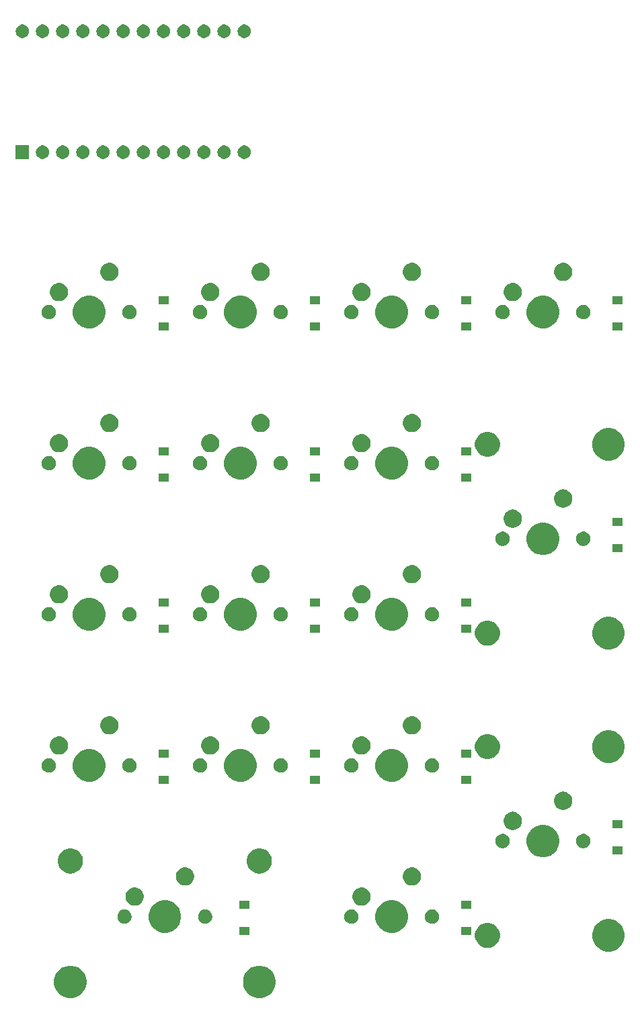
<source format=gts>
G04 #@! TF.GenerationSoftware,KiCad,Pcbnew,(5.1.4)-1*
G04 #@! TF.CreationDate,2021-10-14T17:59:47+07:00*
G04 #@! TF.ProjectId,Keypad_pcb,4b657970-6164-45f7-9063-622e6b696361,rev?*
G04 #@! TF.SameCoordinates,Original*
G04 #@! TF.FileFunction,Soldermask,Top*
G04 #@! TF.FilePolarity,Negative*
%FSLAX46Y46*%
G04 Gerber Fmt 4.6, Leading zero omitted, Abs format (unit mm)*
G04 Created by KiCad (PCBNEW (5.1.4)-1) date 2021-10-14 17:59:47*
%MOMM*%
%LPD*%
G04 APERTURE LIST*
%ADD10C,0.100000*%
G04 APERTURE END LIST*
D10*
G36*
X64727004Y-178829068D02*
G01*
X65100261Y-178983676D01*
X65100263Y-178983677D01*
X65436186Y-179208134D01*
X65721866Y-179493814D01*
X65946324Y-179829739D01*
X66100932Y-180202996D01*
X66179750Y-180599243D01*
X66179750Y-181003257D01*
X66100932Y-181399504D01*
X65946324Y-181772761D01*
X65946323Y-181772763D01*
X65721866Y-182108686D01*
X65436186Y-182394366D01*
X65100263Y-182618823D01*
X65100262Y-182618824D01*
X65100261Y-182618824D01*
X64727004Y-182773432D01*
X64330757Y-182852250D01*
X63926743Y-182852250D01*
X63530496Y-182773432D01*
X63157239Y-182618824D01*
X63157238Y-182618824D01*
X63157237Y-182618823D01*
X62821314Y-182394366D01*
X62535634Y-182108686D01*
X62311177Y-181772763D01*
X62311176Y-181772761D01*
X62156568Y-181399504D01*
X62077750Y-181003257D01*
X62077750Y-180599243D01*
X62156568Y-180202996D01*
X62311176Y-179829739D01*
X62535634Y-179493814D01*
X62821314Y-179208134D01*
X63157237Y-178983677D01*
X63157239Y-178983676D01*
X63530496Y-178829068D01*
X63926743Y-178750250D01*
X64330757Y-178750250D01*
X64727004Y-178829068D01*
X64727004Y-178829068D01*
G37*
G36*
X40927004Y-178829068D02*
G01*
X41300261Y-178983676D01*
X41300263Y-178983677D01*
X41636186Y-179208134D01*
X41921866Y-179493814D01*
X42146324Y-179829739D01*
X42300932Y-180202996D01*
X42379750Y-180599243D01*
X42379750Y-181003257D01*
X42300932Y-181399504D01*
X42146324Y-181772761D01*
X42146323Y-181772763D01*
X41921866Y-182108686D01*
X41636186Y-182394366D01*
X41300263Y-182618823D01*
X41300262Y-182618824D01*
X41300261Y-182618824D01*
X40927004Y-182773432D01*
X40530757Y-182852250D01*
X40126743Y-182852250D01*
X39730496Y-182773432D01*
X39357239Y-182618824D01*
X39357238Y-182618824D01*
X39357237Y-182618823D01*
X39021314Y-182394366D01*
X38735634Y-182108686D01*
X38511177Y-181772763D01*
X38511176Y-181772761D01*
X38356568Y-181399504D01*
X38277750Y-181003257D01*
X38277750Y-180599243D01*
X38356568Y-180202996D01*
X38511176Y-179829739D01*
X38735634Y-179493814D01*
X39021314Y-179208134D01*
X39357237Y-178983677D01*
X39357239Y-178983676D01*
X39730496Y-178829068D01*
X40126743Y-178750250D01*
X40530757Y-178750250D01*
X40927004Y-178829068D01*
X40927004Y-178829068D01*
G37*
G36*
X108692004Y-172964068D02*
G01*
X109065261Y-173118676D01*
X109065263Y-173118677D01*
X109401186Y-173343134D01*
X109686866Y-173628814D01*
X109847144Y-173868686D01*
X109911324Y-173964739D01*
X110065932Y-174337996D01*
X110144750Y-174734243D01*
X110144750Y-175138257D01*
X110065932Y-175534504D01*
X109911324Y-175907761D01*
X109911323Y-175907763D01*
X109686866Y-176243686D01*
X109401186Y-176529366D01*
X109065263Y-176753823D01*
X109065262Y-176753824D01*
X109065261Y-176753824D01*
X108692004Y-176908432D01*
X108295757Y-176987250D01*
X107891743Y-176987250D01*
X107495496Y-176908432D01*
X107122239Y-176753824D01*
X107122238Y-176753824D01*
X107122237Y-176753823D01*
X106786314Y-176529366D01*
X106500634Y-176243686D01*
X106276177Y-175907763D01*
X106276176Y-175907761D01*
X106121568Y-175534504D01*
X106042750Y-175138257D01*
X106042750Y-174734243D01*
X106121568Y-174337996D01*
X106276176Y-173964739D01*
X106340357Y-173868686D01*
X106500634Y-173628814D01*
X106786314Y-173343134D01*
X107122237Y-173118677D01*
X107122239Y-173118676D01*
X107495496Y-172964068D01*
X107891743Y-172885250D01*
X108295757Y-172885250D01*
X108692004Y-172964068D01*
X108692004Y-172964068D01*
G37*
G36*
X93084833Y-173375340D02*
G01*
X93313452Y-173420814D01*
X93600266Y-173539617D01*
X93858392Y-173712091D01*
X94077909Y-173931608D01*
X94250383Y-174189734D01*
X94369186Y-174476548D01*
X94429750Y-174781028D01*
X94429750Y-175091472D01*
X94369186Y-175395952D01*
X94250383Y-175682766D01*
X94077909Y-175940892D01*
X93858392Y-176160409D01*
X93600266Y-176332883D01*
X93313452Y-176451686D01*
X93084833Y-176497160D01*
X93008974Y-176512250D01*
X92698526Y-176512250D01*
X92622667Y-176497160D01*
X92394048Y-176451686D01*
X92107234Y-176332883D01*
X91849108Y-176160409D01*
X91629591Y-175940892D01*
X91457117Y-175682766D01*
X91338314Y-175395952D01*
X91277750Y-175091472D01*
X91277750Y-174781028D01*
X91338314Y-174476548D01*
X91457117Y-174189734D01*
X91629591Y-173931608D01*
X91849108Y-173712091D01*
X92107234Y-173539617D01*
X92394048Y-173420814D01*
X92622667Y-173375340D01*
X92698526Y-173360250D01*
X93008974Y-173360250D01*
X93084833Y-173375340D01*
X93084833Y-173375340D01*
G37*
G36*
X62881000Y-174871000D02*
G01*
X61579000Y-174871000D01*
X61579000Y-173869000D01*
X62881000Y-173869000D01*
X62881000Y-174871000D01*
X62881000Y-174871000D01*
G37*
G36*
X90821000Y-174871000D02*
G01*
X89519000Y-174871000D01*
X89519000Y-173869000D01*
X90821000Y-173869000D01*
X90821000Y-174871000D01*
X90821000Y-174871000D01*
G37*
G36*
X52827004Y-170589068D02*
G01*
X53200261Y-170743676D01*
X53200263Y-170743677D01*
X53536186Y-170968134D01*
X53821866Y-171253814D01*
X54046324Y-171589739D01*
X54200932Y-171962996D01*
X54279750Y-172359243D01*
X54279750Y-172763257D01*
X54200932Y-173159504D01*
X54046324Y-173532761D01*
X54046323Y-173532763D01*
X53821866Y-173868686D01*
X53536186Y-174154366D01*
X53200263Y-174378823D01*
X53200262Y-174378824D01*
X53200261Y-174378824D01*
X52827004Y-174533432D01*
X52430757Y-174612250D01*
X52026743Y-174612250D01*
X51630496Y-174533432D01*
X51257239Y-174378824D01*
X51257238Y-174378824D01*
X51257237Y-174378823D01*
X50921314Y-174154366D01*
X50635634Y-173868686D01*
X50411177Y-173532763D01*
X50411176Y-173532761D01*
X50256568Y-173159504D01*
X50177750Y-172763257D01*
X50177750Y-172359243D01*
X50256568Y-171962996D01*
X50411176Y-171589739D01*
X50635634Y-171253814D01*
X50921314Y-170968134D01*
X51257237Y-170743677D01*
X51257239Y-170743676D01*
X51630496Y-170589068D01*
X52026743Y-170510250D01*
X52430757Y-170510250D01*
X52827004Y-170589068D01*
X52827004Y-170589068D01*
G37*
G36*
X81402004Y-170589068D02*
G01*
X81775261Y-170743676D01*
X81775263Y-170743677D01*
X82111186Y-170968134D01*
X82396866Y-171253814D01*
X82621324Y-171589739D01*
X82775932Y-171962996D01*
X82854750Y-172359243D01*
X82854750Y-172763257D01*
X82775932Y-173159504D01*
X82621324Y-173532761D01*
X82621323Y-173532763D01*
X82396866Y-173868686D01*
X82111186Y-174154366D01*
X81775263Y-174378823D01*
X81775262Y-174378824D01*
X81775261Y-174378824D01*
X81402004Y-174533432D01*
X81005757Y-174612250D01*
X80601743Y-174612250D01*
X80205496Y-174533432D01*
X79832239Y-174378824D01*
X79832238Y-174378824D01*
X79832237Y-174378823D01*
X79496314Y-174154366D01*
X79210634Y-173868686D01*
X78986177Y-173532763D01*
X78986176Y-173532761D01*
X78831568Y-173159504D01*
X78752750Y-172763257D01*
X78752750Y-172359243D01*
X78831568Y-171962996D01*
X78986176Y-171589739D01*
X79210634Y-171253814D01*
X79496314Y-170968134D01*
X79832237Y-170743677D01*
X79832239Y-170743676D01*
X80205496Y-170589068D01*
X80601743Y-170510250D01*
X81005757Y-170510250D01*
X81402004Y-170589068D01*
X81402004Y-170589068D01*
G37*
G36*
X75837262Y-171665177D02*
G01*
X75986562Y-171694874D01*
X76150534Y-171762794D01*
X76298104Y-171861397D01*
X76423603Y-171986896D01*
X76522206Y-172134466D01*
X76590126Y-172298438D01*
X76624750Y-172472509D01*
X76624750Y-172649991D01*
X76590126Y-172824062D01*
X76522206Y-172988034D01*
X76423603Y-173135604D01*
X76298104Y-173261103D01*
X76150534Y-173359706D01*
X75986562Y-173427626D01*
X75837262Y-173457323D01*
X75812492Y-173462250D01*
X75635008Y-173462250D01*
X75610238Y-173457323D01*
X75460938Y-173427626D01*
X75296966Y-173359706D01*
X75149396Y-173261103D01*
X75023897Y-173135604D01*
X74925294Y-172988034D01*
X74857374Y-172824062D01*
X74822750Y-172649991D01*
X74822750Y-172472509D01*
X74857374Y-172298438D01*
X74925294Y-172134466D01*
X75023897Y-171986896D01*
X75149396Y-171861397D01*
X75296966Y-171762794D01*
X75460938Y-171694874D01*
X75610238Y-171665177D01*
X75635008Y-171660250D01*
X75812492Y-171660250D01*
X75837262Y-171665177D01*
X75837262Y-171665177D01*
G37*
G36*
X57422262Y-171665177D02*
G01*
X57571562Y-171694874D01*
X57735534Y-171762794D01*
X57883104Y-171861397D01*
X58008603Y-171986896D01*
X58107206Y-172134466D01*
X58175126Y-172298438D01*
X58209750Y-172472509D01*
X58209750Y-172649991D01*
X58175126Y-172824062D01*
X58107206Y-172988034D01*
X58008603Y-173135604D01*
X57883104Y-173261103D01*
X57735534Y-173359706D01*
X57571562Y-173427626D01*
X57422262Y-173457323D01*
X57397492Y-173462250D01*
X57220008Y-173462250D01*
X57195238Y-173457323D01*
X57045938Y-173427626D01*
X56881966Y-173359706D01*
X56734396Y-173261103D01*
X56608897Y-173135604D01*
X56510294Y-172988034D01*
X56442374Y-172824062D01*
X56407750Y-172649991D01*
X56407750Y-172472509D01*
X56442374Y-172298438D01*
X56510294Y-172134466D01*
X56608897Y-171986896D01*
X56734396Y-171861397D01*
X56881966Y-171762794D01*
X57045938Y-171694874D01*
X57195238Y-171665177D01*
X57220008Y-171660250D01*
X57397492Y-171660250D01*
X57422262Y-171665177D01*
X57422262Y-171665177D01*
G37*
G36*
X47262262Y-171665177D02*
G01*
X47411562Y-171694874D01*
X47575534Y-171762794D01*
X47723104Y-171861397D01*
X47848603Y-171986896D01*
X47947206Y-172134466D01*
X48015126Y-172298438D01*
X48049750Y-172472509D01*
X48049750Y-172649991D01*
X48015126Y-172824062D01*
X47947206Y-172988034D01*
X47848603Y-173135604D01*
X47723104Y-173261103D01*
X47575534Y-173359706D01*
X47411562Y-173427626D01*
X47262262Y-173457323D01*
X47237492Y-173462250D01*
X47060008Y-173462250D01*
X47035238Y-173457323D01*
X46885938Y-173427626D01*
X46721966Y-173359706D01*
X46574396Y-173261103D01*
X46448897Y-173135604D01*
X46350294Y-172988034D01*
X46282374Y-172824062D01*
X46247750Y-172649991D01*
X46247750Y-172472509D01*
X46282374Y-172298438D01*
X46350294Y-172134466D01*
X46448897Y-171986896D01*
X46574396Y-171861397D01*
X46721966Y-171762794D01*
X46885938Y-171694874D01*
X47035238Y-171665177D01*
X47060008Y-171660250D01*
X47237492Y-171660250D01*
X47262262Y-171665177D01*
X47262262Y-171665177D01*
G37*
G36*
X85997262Y-171665177D02*
G01*
X86146562Y-171694874D01*
X86310534Y-171762794D01*
X86458104Y-171861397D01*
X86583603Y-171986896D01*
X86682206Y-172134466D01*
X86750126Y-172298438D01*
X86784750Y-172472509D01*
X86784750Y-172649991D01*
X86750126Y-172824062D01*
X86682206Y-172988034D01*
X86583603Y-173135604D01*
X86458104Y-173261103D01*
X86310534Y-173359706D01*
X86146562Y-173427626D01*
X85997262Y-173457323D01*
X85972492Y-173462250D01*
X85795008Y-173462250D01*
X85770238Y-173457323D01*
X85620938Y-173427626D01*
X85456966Y-173359706D01*
X85309396Y-173261103D01*
X85183897Y-173135604D01*
X85085294Y-172988034D01*
X85017374Y-172824062D01*
X84982750Y-172649991D01*
X84982750Y-172472509D01*
X85017374Y-172298438D01*
X85085294Y-172134466D01*
X85183897Y-171986896D01*
X85309396Y-171861397D01*
X85456966Y-171762794D01*
X85620938Y-171694874D01*
X85770238Y-171665177D01*
X85795008Y-171660250D01*
X85972492Y-171660250D01*
X85997262Y-171665177D01*
X85997262Y-171665177D01*
G37*
G36*
X62881000Y-171571000D02*
G01*
X61579000Y-171571000D01*
X61579000Y-170569000D01*
X62881000Y-170569000D01*
X62881000Y-171571000D01*
X62881000Y-171571000D01*
G37*
G36*
X90821000Y-171571000D02*
G01*
X89519000Y-171571000D01*
X89519000Y-170569000D01*
X90821000Y-170569000D01*
X90821000Y-171571000D01*
X90821000Y-171571000D01*
G37*
G36*
X77218299Y-168892366D02*
G01*
X77329484Y-168914482D01*
X77538953Y-169001247D01*
X77727470Y-169127210D01*
X77887790Y-169287530D01*
X78013753Y-169476047D01*
X78100518Y-169685516D01*
X78144750Y-169907886D01*
X78144750Y-170134614D01*
X78100518Y-170356984D01*
X78013753Y-170566453D01*
X77887790Y-170754970D01*
X77727470Y-170915290D01*
X77538953Y-171041253D01*
X77329484Y-171128018D01*
X77218299Y-171150134D01*
X77107115Y-171172250D01*
X76880385Y-171172250D01*
X76769201Y-171150134D01*
X76658016Y-171128018D01*
X76448547Y-171041253D01*
X76260030Y-170915290D01*
X76099710Y-170754970D01*
X75973747Y-170566453D01*
X75886982Y-170356984D01*
X75842750Y-170134614D01*
X75842750Y-169907886D01*
X75886982Y-169685516D01*
X75973747Y-169476047D01*
X76099710Y-169287530D01*
X76260030Y-169127210D01*
X76448547Y-169001247D01*
X76658016Y-168914482D01*
X76769201Y-168892366D01*
X76880385Y-168870250D01*
X77107115Y-168870250D01*
X77218299Y-168892366D01*
X77218299Y-168892366D01*
G37*
G36*
X48643299Y-168892366D02*
G01*
X48754484Y-168914482D01*
X48963953Y-169001247D01*
X49152470Y-169127210D01*
X49312790Y-169287530D01*
X49438753Y-169476047D01*
X49525518Y-169685516D01*
X49569750Y-169907886D01*
X49569750Y-170134614D01*
X49525518Y-170356984D01*
X49438753Y-170566453D01*
X49312790Y-170754970D01*
X49152470Y-170915290D01*
X48963953Y-171041253D01*
X48754484Y-171128018D01*
X48643299Y-171150134D01*
X48532115Y-171172250D01*
X48305385Y-171172250D01*
X48194201Y-171150134D01*
X48083016Y-171128018D01*
X47873547Y-171041253D01*
X47685030Y-170915290D01*
X47524710Y-170754970D01*
X47398747Y-170566453D01*
X47311982Y-170356984D01*
X47267750Y-170134614D01*
X47267750Y-169907886D01*
X47311982Y-169685516D01*
X47398747Y-169476047D01*
X47524710Y-169287530D01*
X47685030Y-169127210D01*
X47873547Y-169001247D01*
X48083016Y-168914482D01*
X48194201Y-168892366D01*
X48305385Y-168870250D01*
X48532115Y-168870250D01*
X48643299Y-168892366D01*
X48643299Y-168892366D01*
G37*
G36*
X54993299Y-166352366D02*
G01*
X55104484Y-166374482D01*
X55313953Y-166461247D01*
X55502470Y-166587210D01*
X55662790Y-166747530D01*
X55788753Y-166936047D01*
X55875518Y-167145516D01*
X55919750Y-167367886D01*
X55919750Y-167594614D01*
X55875518Y-167816984D01*
X55788753Y-168026453D01*
X55662790Y-168214970D01*
X55502470Y-168375290D01*
X55313953Y-168501253D01*
X55104484Y-168588018D01*
X54993299Y-168610134D01*
X54882115Y-168632250D01*
X54655385Y-168632250D01*
X54544201Y-168610134D01*
X54433016Y-168588018D01*
X54223547Y-168501253D01*
X54035030Y-168375290D01*
X53874710Y-168214970D01*
X53748747Y-168026453D01*
X53661982Y-167816984D01*
X53617750Y-167594614D01*
X53617750Y-167367886D01*
X53661982Y-167145516D01*
X53748747Y-166936047D01*
X53874710Y-166747530D01*
X54035030Y-166587210D01*
X54223547Y-166461247D01*
X54433016Y-166374482D01*
X54544201Y-166352366D01*
X54655385Y-166330250D01*
X54882115Y-166330250D01*
X54993299Y-166352366D01*
X54993299Y-166352366D01*
G37*
G36*
X83568299Y-166352366D02*
G01*
X83679484Y-166374482D01*
X83888953Y-166461247D01*
X84077470Y-166587210D01*
X84237790Y-166747530D01*
X84363753Y-166936047D01*
X84450518Y-167145516D01*
X84494750Y-167367886D01*
X84494750Y-167594614D01*
X84450518Y-167816984D01*
X84363753Y-168026453D01*
X84237790Y-168214970D01*
X84077470Y-168375290D01*
X83888953Y-168501253D01*
X83679484Y-168588018D01*
X83568299Y-168610134D01*
X83457115Y-168632250D01*
X83230385Y-168632250D01*
X83119201Y-168610134D01*
X83008016Y-168588018D01*
X82798547Y-168501253D01*
X82610030Y-168375290D01*
X82449710Y-168214970D01*
X82323747Y-168026453D01*
X82236982Y-167816984D01*
X82192750Y-167594614D01*
X82192750Y-167367886D01*
X82236982Y-167145516D01*
X82323747Y-166936047D01*
X82449710Y-166747530D01*
X82610030Y-166587210D01*
X82798547Y-166461247D01*
X83008016Y-166374482D01*
X83119201Y-166352366D01*
X83230385Y-166330250D01*
X83457115Y-166330250D01*
X83568299Y-166352366D01*
X83568299Y-166352366D01*
G37*
G36*
X64359833Y-164000340D02*
G01*
X64588452Y-164045814D01*
X64875266Y-164164617D01*
X65133392Y-164337091D01*
X65352909Y-164556608D01*
X65525383Y-164814734D01*
X65644186Y-165101548D01*
X65704750Y-165406028D01*
X65704750Y-165716472D01*
X65644186Y-166020952D01*
X65525383Y-166307766D01*
X65352909Y-166565892D01*
X65133392Y-166785409D01*
X64875266Y-166957883D01*
X64588452Y-167076686D01*
X64359833Y-167122160D01*
X64283974Y-167137250D01*
X63973526Y-167137250D01*
X63897667Y-167122160D01*
X63669048Y-167076686D01*
X63382234Y-166957883D01*
X63124108Y-166785409D01*
X62904591Y-166565892D01*
X62732117Y-166307766D01*
X62613314Y-166020952D01*
X62552750Y-165716472D01*
X62552750Y-165406028D01*
X62613314Y-165101548D01*
X62732117Y-164814734D01*
X62904591Y-164556608D01*
X63124108Y-164337091D01*
X63382234Y-164164617D01*
X63669048Y-164045814D01*
X63897667Y-164000340D01*
X63973526Y-163985250D01*
X64283974Y-163985250D01*
X64359833Y-164000340D01*
X64359833Y-164000340D01*
G37*
G36*
X40559833Y-164000340D02*
G01*
X40788452Y-164045814D01*
X41075266Y-164164617D01*
X41333392Y-164337091D01*
X41552909Y-164556608D01*
X41725383Y-164814734D01*
X41844186Y-165101548D01*
X41904750Y-165406028D01*
X41904750Y-165716472D01*
X41844186Y-166020952D01*
X41725383Y-166307766D01*
X41552909Y-166565892D01*
X41333392Y-166785409D01*
X41075266Y-166957883D01*
X40788452Y-167076686D01*
X40559833Y-167122160D01*
X40483974Y-167137250D01*
X40173526Y-167137250D01*
X40097667Y-167122160D01*
X39869048Y-167076686D01*
X39582234Y-166957883D01*
X39324108Y-166785409D01*
X39104591Y-166565892D01*
X38932117Y-166307766D01*
X38813314Y-166020952D01*
X38752750Y-165716472D01*
X38752750Y-165406028D01*
X38813314Y-165101548D01*
X38932117Y-164814734D01*
X39104591Y-164556608D01*
X39324108Y-164337091D01*
X39582234Y-164164617D01*
X39869048Y-164045814D01*
X40097667Y-164000340D01*
X40173526Y-163985250D01*
X40483974Y-163985250D01*
X40559833Y-164000340D01*
X40559833Y-164000340D01*
G37*
G36*
X100452004Y-161064068D02*
G01*
X100825261Y-161218676D01*
X100825263Y-161218677D01*
X101113094Y-161411000D01*
X101161186Y-161443134D01*
X101446866Y-161728814D01*
X101671324Y-162064739D01*
X101825932Y-162437996D01*
X101904750Y-162834243D01*
X101904750Y-163238257D01*
X101825932Y-163634504D01*
X101680648Y-163985250D01*
X101671323Y-164007763D01*
X101446866Y-164343686D01*
X101161186Y-164629366D01*
X100825263Y-164853823D01*
X100825262Y-164853824D01*
X100825261Y-164853824D01*
X100452004Y-165008432D01*
X100055757Y-165087250D01*
X99651743Y-165087250D01*
X99255496Y-165008432D01*
X98882239Y-164853824D01*
X98882238Y-164853824D01*
X98882237Y-164853823D01*
X98546314Y-164629366D01*
X98260634Y-164343686D01*
X98036177Y-164007763D01*
X98026852Y-163985250D01*
X97881568Y-163634504D01*
X97802750Y-163238257D01*
X97802750Y-162834243D01*
X97881568Y-162437996D01*
X98036176Y-162064739D01*
X98260634Y-161728814D01*
X98546314Y-161443134D01*
X98594406Y-161411000D01*
X98882237Y-161218677D01*
X98882239Y-161218676D01*
X99255496Y-161064068D01*
X99651743Y-160985250D01*
X100055757Y-160985250D01*
X100452004Y-161064068D01*
X100452004Y-161064068D01*
G37*
G36*
X109871000Y-164711000D02*
G01*
X108569000Y-164711000D01*
X108569000Y-163709000D01*
X109871000Y-163709000D01*
X109871000Y-164711000D01*
X109871000Y-164711000D01*
G37*
G36*
X105047262Y-162140177D02*
G01*
X105196562Y-162169874D01*
X105360534Y-162237794D01*
X105508104Y-162336397D01*
X105633603Y-162461896D01*
X105732206Y-162609466D01*
X105800126Y-162773438D01*
X105834750Y-162947509D01*
X105834750Y-163124991D01*
X105800126Y-163299062D01*
X105732206Y-163463034D01*
X105633603Y-163610604D01*
X105508104Y-163736103D01*
X105360534Y-163834706D01*
X105196562Y-163902626D01*
X105047262Y-163932323D01*
X105022492Y-163937250D01*
X104845008Y-163937250D01*
X104820238Y-163932323D01*
X104670938Y-163902626D01*
X104506966Y-163834706D01*
X104359396Y-163736103D01*
X104233897Y-163610604D01*
X104135294Y-163463034D01*
X104067374Y-163299062D01*
X104032750Y-163124991D01*
X104032750Y-162947509D01*
X104067374Y-162773438D01*
X104135294Y-162609466D01*
X104233897Y-162461896D01*
X104359396Y-162336397D01*
X104506966Y-162237794D01*
X104670938Y-162169874D01*
X104820238Y-162140177D01*
X104845008Y-162135250D01*
X105022492Y-162135250D01*
X105047262Y-162140177D01*
X105047262Y-162140177D01*
G37*
G36*
X94887262Y-162140177D02*
G01*
X95036562Y-162169874D01*
X95200534Y-162237794D01*
X95348104Y-162336397D01*
X95473603Y-162461896D01*
X95572206Y-162609466D01*
X95640126Y-162773438D01*
X95674750Y-162947509D01*
X95674750Y-163124991D01*
X95640126Y-163299062D01*
X95572206Y-163463034D01*
X95473603Y-163610604D01*
X95348104Y-163736103D01*
X95200534Y-163834706D01*
X95036562Y-163902626D01*
X94887262Y-163932323D01*
X94862492Y-163937250D01*
X94685008Y-163937250D01*
X94660238Y-163932323D01*
X94510938Y-163902626D01*
X94346966Y-163834706D01*
X94199396Y-163736103D01*
X94073897Y-163610604D01*
X93975294Y-163463034D01*
X93907374Y-163299062D01*
X93872750Y-163124991D01*
X93872750Y-162947509D01*
X93907374Y-162773438D01*
X93975294Y-162609466D01*
X94073897Y-162461896D01*
X94199396Y-162336397D01*
X94346966Y-162237794D01*
X94510938Y-162169874D01*
X94660238Y-162140177D01*
X94685008Y-162135250D01*
X94862492Y-162135250D01*
X94887262Y-162140177D01*
X94887262Y-162140177D01*
G37*
G36*
X96268299Y-159367366D02*
G01*
X96379484Y-159389482D01*
X96588953Y-159476247D01*
X96777470Y-159602210D01*
X96937790Y-159762530D01*
X97063753Y-159951047D01*
X97150518Y-160160516D01*
X97194750Y-160382886D01*
X97194750Y-160609614D01*
X97150518Y-160831984D01*
X97063753Y-161041453D01*
X96937790Y-161229970D01*
X96777470Y-161390290D01*
X96588953Y-161516253D01*
X96379484Y-161603018D01*
X96268299Y-161625134D01*
X96157115Y-161647250D01*
X95930385Y-161647250D01*
X95819201Y-161625134D01*
X95708016Y-161603018D01*
X95498547Y-161516253D01*
X95310030Y-161390290D01*
X95149710Y-161229970D01*
X95023747Y-161041453D01*
X94936982Y-160831984D01*
X94892750Y-160609614D01*
X94892750Y-160382886D01*
X94936982Y-160160516D01*
X95023747Y-159951047D01*
X95149710Y-159762530D01*
X95310030Y-159602210D01*
X95498547Y-159476247D01*
X95708016Y-159389482D01*
X95819201Y-159367366D01*
X95930385Y-159345250D01*
X96157115Y-159345250D01*
X96268299Y-159367366D01*
X96268299Y-159367366D01*
G37*
G36*
X109871000Y-161411000D02*
G01*
X108569000Y-161411000D01*
X108569000Y-160409000D01*
X109871000Y-160409000D01*
X109871000Y-161411000D01*
X109871000Y-161411000D01*
G37*
G36*
X102618299Y-156827366D02*
G01*
X102729484Y-156849482D01*
X102938953Y-156936247D01*
X103127470Y-157062210D01*
X103287790Y-157222530D01*
X103413753Y-157411047D01*
X103500518Y-157620516D01*
X103544750Y-157842886D01*
X103544750Y-158069614D01*
X103500518Y-158291984D01*
X103413753Y-158501453D01*
X103287790Y-158689970D01*
X103127470Y-158850290D01*
X102938953Y-158976253D01*
X102729484Y-159063018D01*
X102618299Y-159085134D01*
X102507115Y-159107250D01*
X102280385Y-159107250D01*
X102169201Y-159085134D01*
X102058016Y-159063018D01*
X101848547Y-158976253D01*
X101660030Y-158850290D01*
X101499710Y-158689970D01*
X101373747Y-158501453D01*
X101286982Y-158291984D01*
X101242750Y-158069614D01*
X101242750Y-157842886D01*
X101286982Y-157620516D01*
X101373747Y-157411047D01*
X101499710Y-157222530D01*
X101660030Y-157062210D01*
X101848547Y-156936247D01*
X102058016Y-156849482D01*
X102169201Y-156827366D01*
X102280385Y-156805250D01*
X102507115Y-156805250D01*
X102618299Y-156827366D01*
X102618299Y-156827366D01*
G37*
G36*
X52721000Y-155821000D02*
G01*
X51419000Y-155821000D01*
X51419000Y-154819000D01*
X52721000Y-154819000D01*
X52721000Y-155821000D01*
X52721000Y-155821000D01*
G37*
G36*
X90821000Y-155821000D02*
G01*
X89519000Y-155821000D01*
X89519000Y-154819000D01*
X90821000Y-154819000D01*
X90821000Y-155821000D01*
X90821000Y-155821000D01*
G37*
G36*
X71771000Y-155821000D02*
G01*
X70469000Y-155821000D01*
X70469000Y-154819000D01*
X71771000Y-154819000D01*
X71771000Y-155821000D01*
X71771000Y-155821000D01*
G37*
G36*
X43302004Y-151539068D02*
G01*
X43675261Y-151693676D01*
X43675263Y-151693677D01*
X44011186Y-151918134D01*
X44296866Y-152203814D01*
X44457144Y-152443686D01*
X44521324Y-152539739D01*
X44675932Y-152912996D01*
X44754750Y-153309243D01*
X44754750Y-153713257D01*
X44675932Y-154109504D01*
X44521324Y-154482761D01*
X44521323Y-154482763D01*
X44296866Y-154818686D01*
X44011186Y-155104366D01*
X43675263Y-155328823D01*
X43675262Y-155328824D01*
X43675261Y-155328824D01*
X43302004Y-155483432D01*
X42905757Y-155562250D01*
X42501743Y-155562250D01*
X42105496Y-155483432D01*
X41732239Y-155328824D01*
X41732238Y-155328824D01*
X41732237Y-155328823D01*
X41396314Y-155104366D01*
X41110634Y-154818686D01*
X40886177Y-154482763D01*
X40886176Y-154482761D01*
X40731568Y-154109504D01*
X40652750Y-153713257D01*
X40652750Y-153309243D01*
X40731568Y-152912996D01*
X40886176Y-152539739D01*
X40950357Y-152443686D01*
X41110634Y-152203814D01*
X41396314Y-151918134D01*
X41732237Y-151693677D01*
X41732239Y-151693676D01*
X42105496Y-151539068D01*
X42501743Y-151460250D01*
X42905757Y-151460250D01*
X43302004Y-151539068D01*
X43302004Y-151539068D01*
G37*
G36*
X81402004Y-151539068D02*
G01*
X81775261Y-151693676D01*
X81775263Y-151693677D01*
X82111186Y-151918134D01*
X82396866Y-152203814D01*
X82557144Y-152443686D01*
X82621324Y-152539739D01*
X82775932Y-152912996D01*
X82854750Y-153309243D01*
X82854750Y-153713257D01*
X82775932Y-154109504D01*
X82621324Y-154482761D01*
X82621323Y-154482763D01*
X82396866Y-154818686D01*
X82111186Y-155104366D01*
X81775263Y-155328823D01*
X81775262Y-155328824D01*
X81775261Y-155328824D01*
X81402004Y-155483432D01*
X81005757Y-155562250D01*
X80601743Y-155562250D01*
X80205496Y-155483432D01*
X79832239Y-155328824D01*
X79832238Y-155328824D01*
X79832237Y-155328823D01*
X79496314Y-155104366D01*
X79210634Y-154818686D01*
X78986177Y-154482763D01*
X78986176Y-154482761D01*
X78831568Y-154109504D01*
X78752750Y-153713257D01*
X78752750Y-153309243D01*
X78831568Y-152912996D01*
X78986176Y-152539739D01*
X79050357Y-152443686D01*
X79210634Y-152203814D01*
X79496314Y-151918134D01*
X79832237Y-151693677D01*
X79832239Y-151693676D01*
X80205496Y-151539068D01*
X80601743Y-151460250D01*
X81005757Y-151460250D01*
X81402004Y-151539068D01*
X81402004Y-151539068D01*
G37*
G36*
X62352004Y-151539068D02*
G01*
X62725261Y-151693676D01*
X62725263Y-151693677D01*
X63061186Y-151918134D01*
X63346866Y-152203814D01*
X63507144Y-152443686D01*
X63571324Y-152539739D01*
X63725932Y-152912996D01*
X63804750Y-153309243D01*
X63804750Y-153713257D01*
X63725932Y-154109504D01*
X63571324Y-154482761D01*
X63571323Y-154482763D01*
X63346866Y-154818686D01*
X63061186Y-155104366D01*
X62725263Y-155328823D01*
X62725262Y-155328824D01*
X62725261Y-155328824D01*
X62352004Y-155483432D01*
X61955757Y-155562250D01*
X61551743Y-155562250D01*
X61155496Y-155483432D01*
X60782239Y-155328824D01*
X60782238Y-155328824D01*
X60782237Y-155328823D01*
X60446314Y-155104366D01*
X60160634Y-154818686D01*
X59936177Y-154482763D01*
X59936176Y-154482761D01*
X59781568Y-154109504D01*
X59702750Y-153713257D01*
X59702750Y-153309243D01*
X59781568Y-152912996D01*
X59936176Y-152539739D01*
X60000357Y-152443686D01*
X60160634Y-152203814D01*
X60446314Y-151918134D01*
X60782237Y-151693677D01*
X60782239Y-151693676D01*
X61155496Y-151539068D01*
X61551743Y-151460250D01*
X61955757Y-151460250D01*
X62352004Y-151539068D01*
X62352004Y-151539068D01*
G37*
G36*
X75837262Y-152615177D02*
G01*
X75986562Y-152644874D01*
X76150534Y-152712794D01*
X76298104Y-152811397D01*
X76423603Y-152936896D01*
X76522206Y-153084466D01*
X76590126Y-153248438D01*
X76624750Y-153422509D01*
X76624750Y-153599991D01*
X76590126Y-153774062D01*
X76522206Y-153938034D01*
X76423603Y-154085604D01*
X76298104Y-154211103D01*
X76150534Y-154309706D01*
X75986562Y-154377626D01*
X75837262Y-154407323D01*
X75812492Y-154412250D01*
X75635008Y-154412250D01*
X75610238Y-154407323D01*
X75460938Y-154377626D01*
X75296966Y-154309706D01*
X75149396Y-154211103D01*
X75023897Y-154085604D01*
X74925294Y-153938034D01*
X74857374Y-153774062D01*
X74822750Y-153599991D01*
X74822750Y-153422509D01*
X74857374Y-153248438D01*
X74925294Y-153084466D01*
X75023897Y-152936896D01*
X75149396Y-152811397D01*
X75296966Y-152712794D01*
X75460938Y-152644874D01*
X75610238Y-152615177D01*
X75635008Y-152610250D01*
X75812492Y-152610250D01*
X75837262Y-152615177D01*
X75837262Y-152615177D01*
G37*
G36*
X56787262Y-152615177D02*
G01*
X56936562Y-152644874D01*
X57100534Y-152712794D01*
X57248104Y-152811397D01*
X57373603Y-152936896D01*
X57472206Y-153084466D01*
X57540126Y-153248438D01*
X57574750Y-153422509D01*
X57574750Y-153599991D01*
X57540126Y-153774062D01*
X57472206Y-153938034D01*
X57373603Y-154085604D01*
X57248104Y-154211103D01*
X57100534Y-154309706D01*
X56936562Y-154377626D01*
X56787262Y-154407323D01*
X56762492Y-154412250D01*
X56585008Y-154412250D01*
X56560238Y-154407323D01*
X56410938Y-154377626D01*
X56246966Y-154309706D01*
X56099396Y-154211103D01*
X55973897Y-154085604D01*
X55875294Y-153938034D01*
X55807374Y-153774062D01*
X55772750Y-153599991D01*
X55772750Y-153422509D01*
X55807374Y-153248438D01*
X55875294Y-153084466D01*
X55973897Y-152936896D01*
X56099396Y-152811397D01*
X56246966Y-152712794D01*
X56410938Y-152644874D01*
X56560238Y-152615177D01*
X56585008Y-152610250D01*
X56762492Y-152610250D01*
X56787262Y-152615177D01*
X56787262Y-152615177D01*
G37*
G36*
X66947262Y-152615177D02*
G01*
X67096562Y-152644874D01*
X67260534Y-152712794D01*
X67408104Y-152811397D01*
X67533603Y-152936896D01*
X67632206Y-153084466D01*
X67700126Y-153248438D01*
X67734750Y-153422509D01*
X67734750Y-153599991D01*
X67700126Y-153774062D01*
X67632206Y-153938034D01*
X67533603Y-154085604D01*
X67408104Y-154211103D01*
X67260534Y-154309706D01*
X67096562Y-154377626D01*
X66947262Y-154407323D01*
X66922492Y-154412250D01*
X66745008Y-154412250D01*
X66720238Y-154407323D01*
X66570938Y-154377626D01*
X66406966Y-154309706D01*
X66259396Y-154211103D01*
X66133897Y-154085604D01*
X66035294Y-153938034D01*
X65967374Y-153774062D01*
X65932750Y-153599991D01*
X65932750Y-153422509D01*
X65967374Y-153248438D01*
X66035294Y-153084466D01*
X66133897Y-152936896D01*
X66259396Y-152811397D01*
X66406966Y-152712794D01*
X66570938Y-152644874D01*
X66720238Y-152615177D01*
X66745008Y-152610250D01*
X66922492Y-152610250D01*
X66947262Y-152615177D01*
X66947262Y-152615177D01*
G37*
G36*
X47897262Y-152615177D02*
G01*
X48046562Y-152644874D01*
X48210534Y-152712794D01*
X48358104Y-152811397D01*
X48483603Y-152936896D01*
X48582206Y-153084466D01*
X48650126Y-153248438D01*
X48684750Y-153422509D01*
X48684750Y-153599991D01*
X48650126Y-153774062D01*
X48582206Y-153938034D01*
X48483603Y-154085604D01*
X48358104Y-154211103D01*
X48210534Y-154309706D01*
X48046562Y-154377626D01*
X47897262Y-154407323D01*
X47872492Y-154412250D01*
X47695008Y-154412250D01*
X47670238Y-154407323D01*
X47520938Y-154377626D01*
X47356966Y-154309706D01*
X47209396Y-154211103D01*
X47083897Y-154085604D01*
X46985294Y-153938034D01*
X46917374Y-153774062D01*
X46882750Y-153599991D01*
X46882750Y-153422509D01*
X46917374Y-153248438D01*
X46985294Y-153084466D01*
X47083897Y-152936896D01*
X47209396Y-152811397D01*
X47356966Y-152712794D01*
X47520938Y-152644874D01*
X47670238Y-152615177D01*
X47695008Y-152610250D01*
X47872492Y-152610250D01*
X47897262Y-152615177D01*
X47897262Y-152615177D01*
G37*
G36*
X37737262Y-152615177D02*
G01*
X37886562Y-152644874D01*
X38050534Y-152712794D01*
X38198104Y-152811397D01*
X38323603Y-152936896D01*
X38422206Y-153084466D01*
X38490126Y-153248438D01*
X38524750Y-153422509D01*
X38524750Y-153599991D01*
X38490126Y-153774062D01*
X38422206Y-153938034D01*
X38323603Y-154085604D01*
X38198104Y-154211103D01*
X38050534Y-154309706D01*
X37886562Y-154377626D01*
X37737262Y-154407323D01*
X37712492Y-154412250D01*
X37535008Y-154412250D01*
X37510238Y-154407323D01*
X37360938Y-154377626D01*
X37196966Y-154309706D01*
X37049396Y-154211103D01*
X36923897Y-154085604D01*
X36825294Y-153938034D01*
X36757374Y-153774062D01*
X36722750Y-153599991D01*
X36722750Y-153422509D01*
X36757374Y-153248438D01*
X36825294Y-153084466D01*
X36923897Y-152936896D01*
X37049396Y-152811397D01*
X37196966Y-152712794D01*
X37360938Y-152644874D01*
X37510238Y-152615177D01*
X37535008Y-152610250D01*
X37712492Y-152610250D01*
X37737262Y-152615177D01*
X37737262Y-152615177D01*
G37*
G36*
X85997262Y-152615177D02*
G01*
X86146562Y-152644874D01*
X86310534Y-152712794D01*
X86458104Y-152811397D01*
X86583603Y-152936896D01*
X86682206Y-153084466D01*
X86750126Y-153248438D01*
X86784750Y-153422509D01*
X86784750Y-153599991D01*
X86750126Y-153774062D01*
X86682206Y-153938034D01*
X86583603Y-154085604D01*
X86458104Y-154211103D01*
X86310534Y-154309706D01*
X86146562Y-154377626D01*
X85997262Y-154407323D01*
X85972492Y-154412250D01*
X85795008Y-154412250D01*
X85770238Y-154407323D01*
X85620938Y-154377626D01*
X85456966Y-154309706D01*
X85309396Y-154211103D01*
X85183897Y-154085604D01*
X85085294Y-153938034D01*
X85017374Y-153774062D01*
X84982750Y-153599991D01*
X84982750Y-153422509D01*
X85017374Y-153248438D01*
X85085294Y-153084466D01*
X85183897Y-152936896D01*
X85309396Y-152811397D01*
X85456966Y-152712794D01*
X85620938Y-152644874D01*
X85770238Y-152615177D01*
X85795008Y-152610250D01*
X85972492Y-152610250D01*
X85997262Y-152615177D01*
X85997262Y-152615177D01*
G37*
G36*
X108692004Y-149164068D02*
G01*
X109065261Y-149318676D01*
X109065263Y-149318677D01*
X109401186Y-149543134D01*
X109686866Y-149828814D01*
X109768673Y-149951246D01*
X109911324Y-150164739D01*
X110065932Y-150537996D01*
X110144750Y-150934243D01*
X110144750Y-151338257D01*
X110065932Y-151734504D01*
X109923644Y-152078018D01*
X109911323Y-152107763D01*
X109686866Y-152443686D01*
X109401186Y-152729366D01*
X109065263Y-152953823D01*
X109065262Y-152953824D01*
X109065261Y-152953824D01*
X108692004Y-153108432D01*
X108295757Y-153187250D01*
X107891743Y-153187250D01*
X107495496Y-153108432D01*
X107122239Y-152953824D01*
X107122238Y-152953824D01*
X107122237Y-152953823D01*
X106786314Y-152729366D01*
X106500634Y-152443686D01*
X106276177Y-152107763D01*
X106263856Y-152078018D01*
X106121568Y-151734504D01*
X106042750Y-151338257D01*
X106042750Y-150934243D01*
X106121568Y-150537996D01*
X106276176Y-150164739D01*
X106418828Y-149951246D01*
X106500634Y-149828814D01*
X106786314Y-149543134D01*
X107122237Y-149318677D01*
X107122239Y-149318676D01*
X107495496Y-149164068D01*
X107891743Y-149085250D01*
X108295757Y-149085250D01*
X108692004Y-149164068D01*
X108692004Y-149164068D01*
G37*
G36*
X93084833Y-149575340D02*
G01*
X93313452Y-149620814D01*
X93600266Y-149739617D01*
X93858392Y-149912091D01*
X94077909Y-150131608D01*
X94250383Y-150389734D01*
X94369186Y-150676548D01*
X94429750Y-150981028D01*
X94429750Y-151291472D01*
X94369186Y-151595952D01*
X94250383Y-151882766D01*
X94077909Y-152140892D01*
X93858392Y-152360409D01*
X93600266Y-152532883D01*
X93313452Y-152651686D01*
X93084833Y-152697160D01*
X93008974Y-152712250D01*
X92698526Y-152712250D01*
X92622667Y-152697160D01*
X92394048Y-152651686D01*
X92107234Y-152532883D01*
X91849108Y-152360409D01*
X91629591Y-152140892D01*
X91457117Y-151882766D01*
X91338314Y-151595952D01*
X91277750Y-151291472D01*
X91277750Y-150981028D01*
X91338314Y-150676548D01*
X91457117Y-150389734D01*
X91629591Y-150131608D01*
X91849108Y-149912091D01*
X92107234Y-149739617D01*
X92394048Y-149620814D01*
X92622667Y-149575340D01*
X92698526Y-149560250D01*
X93008974Y-149560250D01*
X93084833Y-149575340D01*
X93084833Y-149575340D01*
G37*
G36*
X71771000Y-152521000D02*
G01*
X70469000Y-152521000D01*
X70469000Y-151519000D01*
X71771000Y-151519000D01*
X71771000Y-152521000D01*
X71771000Y-152521000D01*
G37*
G36*
X52721000Y-152521000D02*
G01*
X51419000Y-152521000D01*
X51419000Y-151519000D01*
X52721000Y-151519000D01*
X52721000Y-152521000D01*
X52721000Y-152521000D01*
G37*
G36*
X90821000Y-152521000D02*
G01*
X89519000Y-152521000D01*
X89519000Y-151519000D01*
X90821000Y-151519000D01*
X90821000Y-152521000D01*
X90821000Y-152521000D01*
G37*
G36*
X39118299Y-149842366D02*
G01*
X39229484Y-149864482D01*
X39438953Y-149951247D01*
X39627470Y-150077210D01*
X39787790Y-150237530D01*
X39913753Y-150426047D01*
X40000518Y-150635516D01*
X40044750Y-150857886D01*
X40044750Y-151084614D01*
X40000518Y-151306984D01*
X39913753Y-151516453D01*
X39787790Y-151704970D01*
X39627470Y-151865290D01*
X39438953Y-151991253D01*
X39229484Y-152078018D01*
X39118299Y-152100134D01*
X39007115Y-152122250D01*
X38780385Y-152122250D01*
X38669201Y-152100134D01*
X38558016Y-152078018D01*
X38348547Y-151991253D01*
X38160030Y-151865290D01*
X37999710Y-151704970D01*
X37873747Y-151516453D01*
X37786982Y-151306984D01*
X37742750Y-151084614D01*
X37742750Y-150857886D01*
X37786982Y-150635516D01*
X37873747Y-150426047D01*
X37999710Y-150237530D01*
X38160030Y-150077210D01*
X38348547Y-149951247D01*
X38558016Y-149864482D01*
X38669201Y-149842366D01*
X38780385Y-149820250D01*
X39007115Y-149820250D01*
X39118299Y-149842366D01*
X39118299Y-149842366D01*
G37*
G36*
X58168299Y-149842366D02*
G01*
X58279484Y-149864482D01*
X58488953Y-149951247D01*
X58677470Y-150077210D01*
X58837790Y-150237530D01*
X58963753Y-150426047D01*
X59050518Y-150635516D01*
X59094750Y-150857886D01*
X59094750Y-151084614D01*
X59050518Y-151306984D01*
X58963753Y-151516453D01*
X58837790Y-151704970D01*
X58677470Y-151865290D01*
X58488953Y-151991253D01*
X58279484Y-152078018D01*
X58168299Y-152100134D01*
X58057115Y-152122250D01*
X57830385Y-152122250D01*
X57719201Y-152100134D01*
X57608016Y-152078018D01*
X57398547Y-151991253D01*
X57210030Y-151865290D01*
X57049710Y-151704970D01*
X56923747Y-151516453D01*
X56836982Y-151306984D01*
X56792750Y-151084614D01*
X56792750Y-150857886D01*
X56836982Y-150635516D01*
X56923747Y-150426047D01*
X57049710Y-150237530D01*
X57210030Y-150077210D01*
X57398547Y-149951247D01*
X57608016Y-149864482D01*
X57719201Y-149842366D01*
X57830385Y-149820250D01*
X58057115Y-149820250D01*
X58168299Y-149842366D01*
X58168299Y-149842366D01*
G37*
G36*
X77218299Y-149842366D02*
G01*
X77329484Y-149864482D01*
X77538953Y-149951247D01*
X77727470Y-150077210D01*
X77887790Y-150237530D01*
X78013753Y-150426047D01*
X78100518Y-150635516D01*
X78144750Y-150857886D01*
X78144750Y-151084614D01*
X78100518Y-151306984D01*
X78013753Y-151516453D01*
X77887790Y-151704970D01*
X77727470Y-151865290D01*
X77538953Y-151991253D01*
X77329484Y-152078018D01*
X77218299Y-152100134D01*
X77107115Y-152122250D01*
X76880385Y-152122250D01*
X76769201Y-152100134D01*
X76658016Y-152078018D01*
X76448547Y-151991253D01*
X76260030Y-151865290D01*
X76099710Y-151704970D01*
X75973747Y-151516453D01*
X75886982Y-151306984D01*
X75842750Y-151084614D01*
X75842750Y-150857886D01*
X75886982Y-150635516D01*
X75973747Y-150426047D01*
X76099710Y-150237530D01*
X76260030Y-150077210D01*
X76448547Y-149951247D01*
X76658016Y-149864482D01*
X76769201Y-149842366D01*
X76880385Y-149820250D01*
X77107115Y-149820250D01*
X77218299Y-149842366D01*
X77218299Y-149842366D01*
G37*
G36*
X64518299Y-147302366D02*
G01*
X64629484Y-147324482D01*
X64838953Y-147411247D01*
X65027470Y-147537210D01*
X65187790Y-147697530D01*
X65313753Y-147886047D01*
X65400518Y-148095516D01*
X65444750Y-148317886D01*
X65444750Y-148544614D01*
X65400518Y-148766984D01*
X65313753Y-148976453D01*
X65187790Y-149164970D01*
X65027470Y-149325290D01*
X64838953Y-149451253D01*
X64629484Y-149538018D01*
X64518299Y-149560134D01*
X64407115Y-149582250D01*
X64180385Y-149582250D01*
X64069201Y-149560134D01*
X63958016Y-149538018D01*
X63748547Y-149451253D01*
X63560030Y-149325290D01*
X63399710Y-149164970D01*
X63273747Y-148976453D01*
X63186982Y-148766984D01*
X63142750Y-148544614D01*
X63142750Y-148317886D01*
X63186982Y-148095516D01*
X63273747Y-147886047D01*
X63399710Y-147697530D01*
X63560030Y-147537210D01*
X63748547Y-147411247D01*
X63958016Y-147324482D01*
X64069201Y-147302366D01*
X64180385Y-147280250D01*
X64407115Y-147280250D01*
X64518299Y-147302366D01*
X64518299Y-147302366D01*
G37*
G36*
X45468299Y-147302366D02*
G01*
X45579484Y-147324482D01*
X45788953Y-147411247D01*
X45977470Y-147537210D01*
X46137790Y-147697530D01*
X46263753Y-147886047D01*
X46350518Y-148095516D01*
X46394750Y-148317886D01*
X46394750Y-148544614D01*
X46350518Y-148766984D01*
X46263753Y-148976453D01*
X46137790Y-149164970D01*
X45977470Y-149325290D01*
X45788953Y-149451253D01*
X45579484Y-149538018D01*
X45468299Y-149560134D01*
X45357115Y-149582250D01*
X45130385Y-149582250D01*
X45019201Y-149560134D01*
X44908016Y-149538018D01*
X44698547Y-149451253D01*
X44510030Y-149325290D01*
X44349710Y-149164970D01*
X44223747Y-148976453D01*
X44136982Y-148766984D01*
X44092750Y-148544614D01*
X44092750Y-148317886D01*
X44136982Y-148095516D01*
X44223747Y-147886047D01*
X44349710Y-147697530D01*
X44510030Y-147537210D01*
X44698547Y-147411247D01*
X44908016Y-147324482D01*
X45019201Y-147302366D01*
X45130385Y-147280250D01*
X45357115Y-147280250D01*
X45468299Y-147302366D01*
X45468299Y-147302366D01*
G37*
G36*
X83568299Y-147302366D02*
G01*
X83679484Y-147324482D01*
X83888953Y-147411247D01*
X84077470Y-147537210D01*
X84237790Y-147697530D01*
X84363753Y-147886047D01*
X84450518Y-148095516D01*
X84494750Y-148317886D01*
X84494750Y-148544614D01*
X84450518Y-148766984D01*
X84363753Y-148976453D01*
X84237790Y-149164970D01*
X84077470Y-149325290D01*
X83888953Y-149451253D01*
X83679484Y-149538018D01*
X83568299Y-149560134D01*
X83457115Y-149582250D01*
X83230385Y-149582250D01*
X83119201Y-149560134D01*
X83008016Y-149538018D01*
X82798547Y-149451253D01*
X82610030Y-149325290D01*
X82449710Y-149164970D01*
X82323747Y-148976453D01*
X82236982Y-148766984D01*
X82192750Y-148544614D01*
X82192750Y-148317886D01*
X82236982Y-148095516D01*
X82323747Y-147886047D01*
X82449710Y-147697530D01*
X82610030Y-147537210D01*
X82798547Y-147411247D01*
X83008016Y-147324482D01*
X83119201Y-147302366D01*
X83230385Y-147280250D01*
X83457115Y-147280250D01*
X83568299Y-147302366D01*
X83568299Y-147302366D01*
G37*
G36*
X108692004Y-134864068D02*
G01*
X109065261Y-135018676D01*
X109065263Y-135018677D01*
X109401186Y-135243134D01*
X109686866Y-135528814D01*
X109847144Y-135768686D01*
X109911324Y-135864739D01*
X110065932Y-136237996D01*
X110144750Y-136634243D01*
X110144750Y-137038257D01*
X110065932Y-137434504D01*
X109911324Y-137807761D01*
X109911323Y-137807763D01*
X109686866Y-138143686D01*
X109401186Y-138429366D01*
X109065263Y-138653823D01*
X109065262Y-138653824D01*
X109065261Y-138653824D01*
X108692004Y-138808432D01*
X108295757Y-138887250D01*
X107891743Y-138887250D01*
X107495496Y-138808432D01*
X107122239Y-138653824D01*
X107122238Y-138653824D01*
X107122237Y-138653823D01*
X106786314Y-138429366D01*
X106500634Y-138143686D01*
X106276177Y-137807763D01*
X106276176Y-137807761D01*
X106121568Y-137434504D01*
X106042750Y-137038257D01*
X106042750Y-136634243D01*
X106121568Y-136237996D01*
X106276176Y-135864739D01*
X106340357Y-135768686D01*
X106500634Y-135528814D01*
X106786314Y-135243134D01*
X107122237Y-135018677D01*
X107122239Y-135018676D01*
X107495496Y-134864068D01*
X107891743Y-134785250D01*
X108295757Y-134785250D01*
X108692004Y-134864068D01*
X108692004Y-134864068D01*
G37*
G36*
X93084833Y-135275340D02*
G01*
X93313452Y-135320814D01*
X93600266Y-135439617D01*
X93858392Y-135612091D01*
X94077909Y-135831608D01*
X94250383Y-136089734D01*
X94369186Y-136376548D01*
X94429750Y-136681028D01*
X94429750Y-136991472D01*
X94369186Y-137295952D01*
X94250383Y-137582766D01*
X94077909Y-137840892D01*
X93858392Y-138060409D01*
X93600266Y-138232883D01*
X93313452Y-138351686D01*
X93084833Y-138397160D01*
X93008974Y-138412250D01*
X92698526Y-138412250D01*
X92622667Y-138397160D01*
X92394048Y-138351686D01*
X92107234Y-138232883D01*
X91849108Y-138060409D01*
X91629591Y-137840892D01*
X91457117Y-137582766D01*
X91338314Y-137295952D01*
X91277750Y-136991472D01*
X91277750Y-136681028D01*
X91338314Y-136376548D01*
X91457117Y-136089734D01*
X91629591Y-135831608D01*
X91849108Y-135612091D01*
X92107234Y-135439617D01*
X92394048Y-135320814D01*
X92622667Y-135275340D01*
X92698526Y-135260250D01*
X93008974Y-135260250D01*
X93084833Y-135275340D01*
X93084833Y-135275340D01*
G37*
G36*
X90821000Y-136771000D02*
G01*
X89519000Y-136771000D01*
X89519000Y-135769000D01*
X90821000Y-135769000D01*
X90821000Y-136771000D01*
X90821000Y-136771000D01*
G37*
G36*
X52721000Y-136771000D02*
G01*
X51419000Y-136771000D01*
X51419000Y-135769000D01*
X52721000Y-135769000D01*
X52721000Y-136771000D01*
X52721000Y-136771000D01*
G37*
G36*
X71771000Y-136771000D02*
G01*
X70469000Y-136771000D01*
X70469000Y-135769000D01*
X71771000Y-135769000D01*
X71771000Y-136771000D01*
X71771000Y-136771000D01*
G37*
G36*
X81402004Y-132489068D02*
G01*
X81775261Y-132643676D01*
X81775263Y-132643677D01*
X82111186Y-132868134D01*
X82396866Y-133153814D01*
X82621324Y-133489739D01*
X82775932Y-133862996D01*
X82854750Y-134259243D01*
X82854750Y-134663257D01*
X82775932Y-135059504D01*
X82621324Y-135432761D01*
X82621323Y-135432763D01*
X82396866Y-135768686D01*
X82111186Y-136054366D01*
X81775263Y-136278823D01*
X81775262Y-136278824D01*
X81775261Y-136278824D01*
X81402004Y-136433432D01*
X81005757Y-136512250D01*
X80601743Y-136512250D01*
X80205496Y-136433432D01*
X79832239Y-136278824D01*
X79832238Y-136278824D01*
X79832237Y-136278823D01*
X79496314Y-136054366D01*
X79210634Y-135768686D01*
X78986177Y-135432763D01*
X78986176Y-135432761D01*
X78831568Y-135059504D01*
X78752750Y-134663257D01*
X78752750Y-134259243D01*
X78831568Y-133862996D01*
X78986176Y-133489739D01*
X79210634Y-133153814D01*
X79496314Y-132868134D01*
X79832237Y-132643677D01*
X79832239Y-132643676D01*
X80205496Y-132489068D01*
X80601743Y-132410250D01*
X81005757Y-132410250D01*
X81402004Y-132489068D01*
X81402004Y-132489068D01*
G37*
G36*
X43302004Y-132489068D02*
G01*
X43675261Y-132643676D01*
X43675263Y-132643677D01*
X44011186Y-132868134D01*
X44296866Y-133153814D01*
X44521324Y-133489739D01*
X44675932Y-133862996D01*
X44754750Y-134259243D01*
X44754750Y-134663257D01*
X44675932Y-135059504D01*
X44521324Y-135432761D01*
X44521323Y-135432763D01*
X44296866Y-135768686D01*
X44011186Y-136054366D01*
X43675263Y-136278823D01*
X43675262Y-136278824D01*
X43675261Y-136278824D01*
X43302004Y-136433432D01*
X42905757Y-136512250D01*
X42501743Y-136512250D01*
X42105496Y-136433432D01*
X41732239Y-136278824D01*
X41732238Y-136278824D01*
X41732237Y-136278823D01*
X41396314Y-136054366D01*
X41110634Y-135768686D01*
X40886177Y-135432763D01*
X40886176Y-135432761D01*
X40731568Y-135059504D01*
X40652750Y-134663257D01*
X40652750Y-134259243D01*
X40731568Y-133862996D01*
X40886176Y-133489739D01*
X41110634Y-133153814D01*
X41396314Y-132868134D01*
X41732237Y-132643677D01*
X41732239Y-132643676D01*
X42105496Y-132489068D01*
X42501743Y-132410250D01*
X42905757Y-132410250D01*
X43302004Y-132489068D01*
X43302004Y-132489068D01*
G37*
G36*
X62352004Y-132489068D02*
G01*
X62725261Y-132643676D01*
X62725263Y-132643677D01*
X63061186Y-132868134D01*
X63346866Y-133153814D01*
X63571324Y-133489739D01*
X63725932Y-133862996D01*
X63804750Y-134259243D01*
X63804750Y-134663257D01*
X63725932Y-135059504D01*
X63571324Y-135432761D01*
X63571323Y-135432763D01*
X63346866Y-135768686D01*
X63061186Y-136054366D01*
X62725263Y-136278823D01*
X62725262Y-136278824D01*
X62725261Y-136278824D01*
X62352004Y-136433432D01*
X61955757Y-136512250D01*
X61551743Y-136512250D01*
X61155496Y-136433432D01*
X60782239Y-136278824D01*
X60782238Y-136278824D01*
X60782237Y-136278823D01*
X60446314Y-136054366D01*
X60160634Y-135768686D01*
X59936177Y-135432763D01*
X59936176Y-135432761D01*
X59781568Y-135059504D01*
X59702750Y-134663257D01*
X59702750Y-134259243D01*
X59781568Y-133862996D01*
X59936176Y-133489739D01*
X60160634Y-133153814D01*
X60446314Y-132868134D01*
X60782237Y-132643677D01*
X60782239Y-132643676D01*
X61155496Y-132489068D01*
X61551743Y-132410250D01*
X61955757Y-132410250D01*
X62352004Y-132489068D01*
X62352004Y-132489068D01*
G37*
G36*
X37737262Y-133565177D02*
G01*
X37886562Y-133594874D01*
X38050534Y-133662794D01*
X38198104Y-133761397D01*
X38323603Y-133886896D01*
X38422206Y-134034466D01*
X38490126Y-134198438D01*
X38524750Y-134372509D01*
X38524750Y-134549991D01*
X38490126Y-134724062D01*
X38422206Y-134888034D01*
X38323603Y-135035604D01*
X38198104Y-135161103D01*
X38050534Y-135259706D01*
X37886562Y-135327626D01*
X37737262Y-135357323D01*
X37712492Y-135362250D01*
X37535008Y-135362250D01*
X37510238Y-135357323D01*
X37360938Y-135327626D01*
X37196966Y-135259706D01*
X37049396Y-135161103D01*
X36923897Y-135035604D01*
X36825294Y-134888034D01*
X36757374Y-134724062D01*
X36722750Y-134549991D01*
X36722750Y-134372509D01*
X36757374Y-134198438D01*
X36825294Y-134034466D01*
X36923897Y-133886896D01*
X37049396Y-133761397D01*
X37196966Y-133662794D01*
X37360938Y-133594874D01*
X37510238Y-133565177D01*
X37535008Y-133560250D01*
X37712492Y-133560250D01*
X37737262Y-133565177D01*
X37737262Y-133565177D01*
G37*
G36*
X85997262Y-133565177D02*
G01*
X86146562Y-133594874D01*
X86310534Y-133662794D01*
X86458104Y-133761397D01*
X86583603Y-133886896D01*
X86682206Y-134034466D01*
X86750126Y-134198438D01*
X86784750Y-134372509D01*
X86784750Y-134549991D01*
X86750126Y-134724062D01*
X86682206Y-134888034D01*
X86583603Y-135035604D01*
X86458104Y-135161103D01*
X86310534Y-135259706D01*
X86146562Y-135327626D01*
X85997262Y-135357323D01*
X85972492Y-135362250D01*
X85795008Y-135362250D01*
X85770238Y-135357323D01*
X85620938Y-135327626D01*
X85456966Y-135259706D01*
X85309396Y-135161103D01*
X85183897Y-135035604D01*
X85085294Y-134888034D01*
X85017374Y-134724062D01*
X84982750Y-134549991D01*
X84982750Y-134372509D01*
X85017374Y-134198438D01*
X85085294Y-134034466D01*
X85183897Y-133886896D01*
X85309396Y-133761397D01*
X85456966Y-133662794D01*
X85620938Y-133594874D01*
X85770238Y-133565177D01*
X85795008Y-133560250D01*
X85972492Y-133560250D01*
X85997262Y-133565177D01*
X85997262Y-133565177D01*
G37*
G36*
X47897262Y-133565177D02*
G01*
X48046562Y-133594874D01*
X48210534Y-133662794D01*
X48358104Y-133761397D01*
X48483603Y-133886896D01*
X48582206Y-134034466D01*
X48650126Y-134198438D01*
X48684750Y-134372509D01*
X48684750Y-134549991D01*
X48650126Y-134724062D01*
X48582206Y-134888034D01*
X48483603Y-135035604D01*
X48358104Y-135161103D01*
X48210534Y-135259706D01*
X48046562Y-135327626D01*
X47897262Y-135357323D01*
X47872492Y-135362250D01*
X47695008Y-135362250D01*
X47670238Y-135357323D01*
X47520938Y-135327626D01*
X47356966Y-135259706D01*
X47209396Y-135161103D01*
X47083897Y-135035604D01*
X46985294Y-134888034D01*
X46917374Y-134724062D01*
X46882750Y-134549991D01*
X46882750Y-134372509D01*
X46917374Y-134198438D01*
X46985294Y-134034466D01*
X47083897Y-133886896D01*
X47209396Y-133761397D01*
X47356966Y-133662794D01*
X47520938Y-133594874D01*
X47670238Y-133565177D01*
X47695008Y-133560250D01*
X47872492Y-133560250D01*
X47897262Y-133565177D01*
X47897262Y-133565177D01*
G37*
G36*
X75837262Y-133565177D02*
G01*
X75986562Y-133594874D01*
X76150534Y-133662794D01*
X76298104Y-133761397D01*
X76423603Y-133886896D01*
X76522206Y-134034466D01*
X76590126Y-134198438D01*
X76624750Y-134372509D01*
X76624750Y-134549991D01*
X76590126Y-134724062D01*
X76522206Y-134888034D01*
X76423603Y-135035604D01*
X76298104Y-135161103D01*
X76150534Y-135259706D01*
X75986562Y-135327626D01*
X75837262Y-135357323D01*
X75812492Y-135362250D01*
X75635008Y-135362250D01*
X75610238Y-135357323D01*
X75460938Y-135327626D01*
X75296966Y-135259706D01*
X75149396Y-135161103D01*
X75023897Y-135035604D01*
X74925294Y-134888034D01*
X74857374Y-134724062D01*
X74822750Y-134549991D01*
X74822750Y-134372509D01*
X74857374Y-134198438D01*
X74925294Y-134034466D01*
X75023897Y-133886896D01*
X75149396Y-133761397D01*
X75296966Y-133662794D01*
X75460938Y-133594874D01*
X75610238Y-133565177D01*
X75635008Y-133560250D01*
X75812492Y-133560250D01*
X75837262Y-133565177D01*
X75837262Y-133565177D01*
G37*
G36*
X56787262Y-133565177D02*
G01*
X56936562Y-133594874D01*
X57100534Y-133662794D01*
X57248104Y-133761397D01*
X57373603Y-133886896D01*
X57472206Y-134034466D01*
X57540126Y-134198438D01*
X57574750Y-134372509D01*
X57574750Y-134549991D01*
X57540126Y-134724062D01*
X57472206Y-134888034D01*
X57373603Y-135035604D01*
X57248104Y-135161103D01*
X57100534Y-135259706D01*
X56936562Y-135327626D01*
X56787262Y-135357323D01*
X56762492Y-135362250D01*
X56585008Y-135362250D01*
X56560238Y-135357323D01*
X56410938Y-135327626D01*
X56246966Y-135259706D01*
X56099396Y-135161103D01*
X55973897Y-135035604D01*
X55875294Y-134888034D01*
X55807374Y-134724062D01*
X55772750Y-134549991D01*
X55772750Y-134372509D01*
X55807374Y-134198438D01*
X55875294Y-134034466D01*
X55973897Y-133886896D01*
X56099396Y-133761397D01*
X56246966Y-133662794D01*
X56410938Y-133594874D01*
X56560238Y-133565177D01*
X56585008Y-133560250D01*
X56762492Y-133560250D01*
X56787262Y-133565177D01*
X56787262Y-133565177D01*
G37*
G36*
X66947262Y-133565177D02*
G01*
X67096562Y-133594874D01*
X67260534Y-133662794D01*
X67408104Y-133761397D01*
X67533603Y-133886896D01*
X67632206Y-134034466D01*
X67700126Y-134198438D01*
X67734750Y-134372509D01*
X67734750Y-134549991D01*
X67700126Y-134724062D01*
X67632206Y-134888034D01*
X67533603Y-135035604D01*
X67408104Y-135161103D01*
X67260534Y-135259706D01*
X67096562Y-135327626D01*
X66947262Y-135357323D01*
X66922492Y-135362250D01*
X66745008Y-135362250D01*
X66720238Y-135357323D01*
X66570938Y-135327626D01*
X66406966Y-135259706D01*
X66259396Y-135161103D01*
X66133897Y-135035604D01*
X66035294Y-134888034D01*
X65967374Y-134724062D01*
X65932750Y-134549991D01*
X65932750Y-134372509D01*
X65967374Y-134198438D01*
X66035294Y-134034466D01*
X66133897Y-133886896D01*
X66259396Y-133761397D01*
X66406966Y-133662794D01*
X66570938Y-133594874D01*
X66720238Y-133565177D01*
X66745008Y-133560250D01*
X66922492Y-133560250D01*
X66947262Y-133565177D01*
X66947262Y-133565177D01*
G37*
G36*
X90821000Y-133471000D02*
G01*
X89519000Y-133471000D01*
X89519000Y-132469000D01*
X90821000Y-132469000D01*
X90821000Y-133471000D01*
X90821000Y-133471000D01*
G37*
G36*
X71771000Y-133471000D02*
G01*
X70469000Y-133471000D01*
X70469000Y-132469000D01*
X71771000Y-132469000D01*
X71771000Y-133471000D01*
X71771000Y-133471000D01*
G37*
G36*
X52721000Y-133471000D02*
G01*
X51419000Y-133471000D01*
X51419000Y-132469000D01*
X52721000Y-132469000D01*
X52721000Y-133471000D01*
X52721000Y-133471000D01*
G37*
G36*
X77218299Y-130792366D02*
G01*
X77329484Y-130814482D01*
X77538953Y-130901247D01*
X77727470Y-131027210D01*
X77887790Y-131187530D01*
X78013753Y-131376047D01*
X78100518Y-131585516D01*
X78144750Y-131807886D01*
X78144750Y-132034614D01*
X78100518Y-132256984D01*
X78013753Y-132466453D01*
X77887790Y-132654970D01*
X77727470Y-132815290D01*
X77538953Y-132941253D01*
X77329484Y-133028018D01*
X77218299Y-133050134D01*
X77107115Y-133072250D01*
X76880385Y-133072250D01*
X76769201Y-133050134D01*
X76658016Y-133028018D01*
X76448547Y-132941253D01*
X76260030Y-132815290D01*
X76099710Y-132654970D01*
X75973747Y-132466453D01*
X75886982Y-132256984D01*
X75842750Y-132034614D01*
X75842750Y-131807886D01*
X75886982Y-131585516D01*
X75973747Y-131376047D01*
X76099710Y-131187530D01*
X76260030Y-131027210D01*
X76448547Y-130901247D01*
X76658016Y-130814482D01*
X76769201Y-130792366D01*
X76880385Y-130770250D01*
X77107115Y-130770250D01*
X77218299Y-130792366D01*
X77218299Y-130792366D01*
G37*
G36*
X58168299Y-130792366D02*
G01*
X58279484Y-130814482D01*
X58488953Y-130901247D01*
X58677470Y-131027210D01*
X58837790Y-131187530D01*
X58963753Y-131376047D01*
X59050518Y-131585516D01*
X59094750Y-131807886D01*
X59094750Y-132034614D01*
X59050518Y-132256984D01*
X58963753Y-132466453D01*
X58837790Y-132654970D01*
X58677470Y-132815290D01*
X58488953Y-132941253D01*
X58279484Y-133028018D01*
X58168299Y-133050134D01*
X58057115Y-133072250D01*
X57830385Y-133072250D01*
X57719201Y-133050134D01*
X57608016Y-133028018D01*
X57398547Y-132941253D01*
X57210030Y-132815290D01*
X57049710Y-132654970D01*
X56923747Y-132466453D01*
X56836982Y-132256984D01*
X56792750Y-132034614D01*
X56792750Y-131807886D01*
X56836982Y-131585516D01*
X56923747Y-131376047D01*
X57049710Y-131187530D01*
X57210030Y-131027210D01*
X57398547Y-130901247D01*
X57608016Y-130814482D01*
X57719201Y-130792366D01*
X57830385Y-130770250D01*
X58057115Y-130770250D01*
X58168299Y-130792366D01*
X58168299Y-130792366D01*
G37*
G36*
X39118299Y-130792366D02*
G01*
X39229484Y-130814482D01*
X39438953Y-130901247D01*
X39627470Y-131027210D01*
X39787790Y-131187530D01*
X39913753Y-131376047D01*
X40000518Y-131585516D01*
X40044750Y-131807886D01*
X40044750Y-132034614D01*
X40000518Y-132256984D01*
X39913753Y-132466453D01*
X39787790Y-132654970D01*
X39627470Y-132815290D01*
X39438953Y-132941253D01*
X39229484Y-133028018D01*
X39118299Y-133050134D01*
X39007115Y-133072250D01*
X38780385Y-133072250D01*
X38669201Y-133050134D01*
X38558016Y-133028018D01*
X38348547Y-132941253D01*
X38160030Y-132815290D01*
X37999710Y-132654970D01*
X37873747Y-132466453D01*
X37786982Y-132256984D01*
X37742750Y-132034614D01*
X37742750Y-131807886D01*
X37786982Y-131585516D01*
X37873747Y-131376047D01*
X37999710Y-131187530D01*
X38160030Y-131027210D01*
X38348547Y-130901247D01*
X38558016Y-130814482D01*
X38669201Y-130792366D01*
X38780385Y-130770250D01*
X39007115Y-130770250D01*
X39118299Y-130792366D01*
X39118299Y-130792366D01*
G37*
G36*
X64518299Y-128252366D02*
G01*
X64629484Y-128274482D01*
X64838953Y-128361247D01*
X65027470Y-128487210D01*
X65187790Y-128647530D01*
X65313753Y-128836047D01*
X65400518Y-129045516D01*
X65444750Y-129267886D01*
X65444750Y-129494614D01*
X65400518Y-129716984D01*
X65313753Y-129926453D01*
X65187790Y-130114970D01*
X65027470Y-130275290D01*
X64838953Y-130401253D01*
X64629484Y-130488018D01*
X64518299Y-130510134D01*
X64407115Y-130532250D01*
X64180385Y-130532250D01*
X64069201Y-130510134D01*
X63958016Y-130488018D01*
X63748547Y-130401253D01*
X63560030Y-130275290D01*
X63399710Y-130114970D01*
X63273747Y-129926453D01*
X63186982Y-129716984D01*
X63142750Y-129494614D01*
X63142750Y-129267886D01*
X63186982Y-129045516D01*
X63273747Y-128836047D01*
X63399710Y-128647530D01*
X63560030Y-128487210D01*
X63748547Y-128361247D01*
X63958016Y-128274482D01*
X64069201Y-128252366D01*
X64180385Y-128230250D01*
X64407115Y-128230250D01*
X64518299Y-128252366D01*
X64518299Y-128252366D01*
G37*
G36*
X45468299Y-128252366D02*
G01*
X45579484Y-128274482D01*
X45788953Y-128361247D01*
X45977470Y-128487210D01*
X46137790Y-128647530D01*
X46263753Y-128836047D01*
X46350518Y-129045516D01*
X46394750Y-129267886D01*
X46394750Y-129494614D01*
X46350518Y-129716984D01*
X46263753Y-129926453D01*
X46137790Y-130114970D01*
X45977470Y-130275290D01*
X45788953Y-130401253D01*
X45579484Y-130488018D01*
X45468299Y-130510134D01*
X45357115Y-130532250D01*
X45130385Y-130532250D01*
X45019201Y-130510134D01*
X44908016Y-130488018D01*
X44698547Y-130401253D01*
X44510030Y-130275290D01*
X44349710Y-130114970D01*
X44223747Y-129926453D01*
X44136982Y-129716984D01*
X44092750Y-129494614D01*
X44092750Y-129267886D01*
X44136982Y-129045516D01*
X44223747Y-128836047D01*
X44349710Y-128647530D01*
X44510030Y-128487210D01*
X44698547Y-128361247D01*
X44908016Y-128274482D01*
X45019201Y-128252366D01*
X45130385Y-128230250D01*
X45357115Y-128230250D01*
X45468299Y-128252366D01*
X45468299Y-128252366D01*
G37*
G36*
X83568299Y-128252366D02*
G01*
X83679484Y-128274482D01*
X83888953Y-128361247D01*
X84077470Y-128487210D01*
X84237790Y-128647530D01*
X84363753Y-128836047D01*
X84450518Y-129045516D01*
X84494750Y-129267886D01*
X84494750Y-129494614D01*
X84450518Y-129716984D01*
X84363753Y-129926453D01*
X84237790Y-130114970D01*
X84077470Y-130275290D01*
X83888953Y-130401253D01*
X83679484Y-130488018D01*
X83568299Y-130510134D01*
X83457115Y-130532250D01*
X83230385Y-130532250D01*
X83119201Y-130510134D01*
X83008016Y-130488018D01*
X82798547Y-130401253D01*
X82610030Y-130275290D01*
X82449710Y-130114970D01*
X82323747Y-129926453D01*
X82236982Y-129716984D01*
X82192750Y-129494614D01*
X82192750Y-129267886D01*
X82236982Y-129045516D01*
X82323747Y-128836047D01*
X82449710Y-128647530D01*
X82610030Y-128487210D01*
X82798547Y-128361247D01*
X83008016Y-128274482D01*
X83119201Y-128252366D01*
X83230385Y-128230250D01*
X83457115Y-128230250D01*
X83568299Y-128252366D01*
X83568299Y-128252366D01*
G37*
G36*
X100452004Y-122964068D02*
G01*
X100825261Y-123118676D01*
X100825263Y-123118677D01*
X101113094Y-123311000D01*
X101161186Y-123343134D01*
X101446866Y-123628814D01*
X101671324Y-123964739D01*
X101825932Y-124337996D01*
X101904750Y-124734243D01*
X101904750Y-125138257D01*
X101825932Y-125534504D01*
X101671324Y-125907761D01*
X101671323Y-125907763D01*
X101446866Y-126243686D01*
X101161186Y-126529366D01*
X100825263Y-126753823D01*
X100825262Y-126753824D01*
X100825261Y-126753824D01*
X100452004Y-126908432D01*
X100055757Y-126987250D01*
X99651743Y-126987250D01*
X99255496Y-126908432D01*
X98882239Y-126753824D01*
X98882238Y-126753824D01*
X98882237Y-126753823D01*
X98546314Y-126529366D01*
X98260634Y-126243686D01*
X98036177Y-125907763D01*
X98036176Y-125907761D01*
X97881568Y-125534504D01*
X97802750Y-125138257D01*
X97802750Y-124734243D01*
X97881568Y-124337996D01*
X98036176Y-123964739D01*
X98260634Y-123628814D01*
X98546314Y-123343134D01*
X98594406Y-123311000D01*
X98882237Y-123118677D01*
X98882239Y-123118676D01*
X99255496Y-122964068D01*
X99651743Y-122885250D01*
X100055757Y-122885250D01*
X100452004Y-122964068D01*
X100452004Y-122964068D01*
G37*
G36*
X109871000Y-126611000D02*
G01*
X108569000Y-126611000D01*
X108569000Y-125609000D01*
X109871000Y-125609000D01*
X109871000Y-126611000D01*
X109871000Y-126611000D01*
G37*
G36*
X94887262Y-124040177D02*
G01*
X95036562Y-124069874D01*
X95200534Y-124137794D01*
X95348104Y-124236397D01*
X95473603Y-124361896D01*
X95572206Y-124509466D01*
X95640126Y-124673438D01*
X95674750Y-124847509D01*
X95674750Y-125024991D01*
X95640126Y-125199062D01*
X95572206Y-125363034D01*
X95473603Y-125510604D01*
X95348104Y-125636103D01*
X95200534Y-125734706D01*
X95036562Y-125802626D01*
X94887262Y-125832323D01*
X94862492Y-125837250D01*
X94685008Y-125837250D01*
X94660238Y-125832323D01*
X94510938Y-125802626D01*
X94346966Y-125734706D01*
X94199396Y-125636103D01*
X94073897Y-125510604D01*
X93975294Y-125363034D01*
X93907374Y-125199062D01*
X93872750Y-125024991D01*
X93872750Y-124847509D01*
X93907374Y-124673438D01*
X93975294Y-124509466D01*
X94073897Y-124361896D01*
X94199396Y-124236397D01*
X94346966Y-124137794D01*
X94510938Y-124069874D01*
X94660238Y-124040177D01*
X94685008Y-124035250D01*
X94862492Y-124035250D01*
X94887262Y-124040177D01*
X94887262Y-124040177D01*
G37*
G36*
X105047262Y-124040177D02*
G01*
X105196562Y-124069874D01*
X105360534Y-124137794D01*
X105508104Y-124236397D01*
X105633603Y-124361896D01*
X105732206Y-124509466D01*
X105800126Y-124673438D01*
X105834750Y-124847509D01*
X105834750Y-125024991D01*
X105800126Y-125199062D01*
X105732206Y-125363034D01*
X105633603Y-125510604D01*
X105508104Y-125636103D01*
X105360534Y-125734706D01*
X105196562Y-125802626D01*
X105047262Y-125832323D01*
X105022492Y-125837250D01*
X104845008Y-125837250D01*
X104820238Y-125832323D01*
X104670938Y-125802626D01*
X104506966Y-125734706D01*
X104359396Y-125636103D01*
X104233897Y-125510604D01*
X104135294Y-125363034D01*
X104067374Y-125199062D01*
X104032750Y-125024991D01*
X104032750Y-124847509D01*
X104067374Y-124673438D01*
X104135294Y-124509466D01*
X104233897Y-124361896D01*
X104359396Y-124236397D01*
X104506966Y-124137794D01*
X104670938Y-124069874D01*
X104820238Y-124040177D01*
X104845008Y-124035250D01*
X105022492Y-124035250D01*
X105047262Y-124040177D01*
X105047262Y-124040177D01*
G37*
G36*
X96268299Y-121267366D02*
G01*
X96379484Y-121289482D01*
X96588953Y-121376247D01*
X96777470Y-121502210D01*
X96937790Y-121662530D01*
X97063753Y-121851047D01*
X97150518Y-122060516D01*
X97194750Y-122282886D01*
X97194750Y-122509614D01*
X97150518Y-122731984D01*
X97063753Y-122941453D01*
X96937790Y-123129970D01*
X96777470Y-123290290D01*
X96588953Y-123416253D01*
X96379484Y-123503018D01*
X96268299Y-123525134D01*
X96157115Y-123547250D01*
X95930385Y-123547250D01*
X95819201Y-123525134D01*
X95708016Y-123503018D01*
X95498547Y-123416253D01*
X95310030Y-123290290D01*
X95149710Y-123129970D01*
X95023747Y-122941453D01*
X94936982Y-122731984D01*
X94892750Y-122509614D01*
X94892750Y-122282886D01*
X94936982Y-122060516D01*
X95023747Y-121851047D01*
X95149710Y-121662530D01*
X95310030Y-121502210D01*
X95498547Y-121376247D01*
X95708016Y-121289482D01*
X95819201Y-121267366D01*
X95930385Y-121245250D01*
X96157115Y-121245250D01*
X96268299Y-121267366D01*
X96268299Y-121267366D01*
G37*
G36*
X109871000Y-123311000D02*
G01*
X108569000Y-123311000D01*
X108569000Y-122309000D01*
X109871000Y-122309000D01*
X109871000Y-123311000D01*
X109871000Y-123311000D01*
G37*
G36*
X102618299Y-118727366D02*
G01*
X102729484Y-118749482D01*
X102938953Y-118836247D01*
X103127470Y-118962210D01*
X103287790Y-119122530D01*
X103413753Y-119311047D01*
X103500518Y-119520516D01*
X103544750Y-119742886D01*
X103544750Y-119969614D01*
X103500518Y-120191984D01*
X103413753Y-120401453D01*
X103287790Y-120589970D01*
X103127470Y-120750290D01*
X102938953Y-120876253D01*
X102729484Y-120963018D01*
X102618299Y-120985134D01*
X102507115Y-121007250D01*
X102280385Y-121007250D01*
X102169201Y-120985134D01*
X102058016Y-120963018D01*
X101848547Y-120876253D01*
X101660030Y-120750290D01*
X101499710Y-120589970D01*
X101373747Y-120401453D01*
X101286982Y-120191984D01*
X101242750Y-119969614D01*
X101242750Y-119742886D01*
X101286982Y-119520516D01*
X101373747Y-119311047D01*
X101499710Y-119122530D01*
X101660030Y-118962210D01*
X101848547Y-118836247D01*
X102058016Y-118749482D01*
X102169201Y-118727366D01*
X102280385Y-118705250D01*
X102507115Y-118705250D01*
X102618299Y-118727366D01*
X102618299Y-118727366D01*
G37*
G36*
X52721000Y-117721000D02*
G01*
X51419000Y-117721000D01*
X51419000Y-116719000D01*
X52721000Y-116719000D01*
X52721000Y-117721000D01*
X52721000Y-117721000D01*
G37*
G36*
X90821000Y-117721000D02*
G01*
X89519000Y-117721000D01*
X89519000Y-116719000D01*
X90821000Y-116719000D01*
X90821000Y-117721000D01*
X90821000Y-117721000D01*
G37*
G36*
X71771000Y-117721000D02*
G01*
X70469000Y-117721000D01*
X70469000Y-116719000D01*
X71771000Y-116719000D01*
X71771000Y-117721000D01*
X71771000Y-117721000D01*
G37*
G36*
X81402004Y-113439068D02*
G01*
X81775261Y-113593676D01*
X81775263Y-113593677D01*
X82111186Y-113818134D01*
X82396866Y-114103814D01*
X82557144Y-114343686D01*
X82621324Y-114439739D01*
X82775932Y-114812996D01*
X82854750Y-115209243D01*
X82854750Y-115613257D01*
X82775932Y-116009504D01*
X82621324Y-116382761D01*
X82621323Y-116382763D01*
X82396866Y-116718686D01*
X82111186Y-117004366D01*
X81775263Y-117228823D01*
X81775262Y-117228824D01*
X81775261Y-117228824D01*
X81402004Y-117383432D01*
X81005757Y-117462250D01*
X80601743Y-117462250D01*
X80205496Y-117383432D01*
X79832239Y-117228824D01*
X79832238Y-117228824D01*
X79832237Y-117228823D01*
X79496314Y-117004366D01*
X79210634Y-116718686D01*
X78986177Y-116382763D01*
X78986176Y-116382761D01*
X78831568Y-116009504D01*
X78752750Y-115613257D01*
X78752750Y-115209243D01*
X78831568Y-114812996D01*
X78986176Y-114439739D01*
X79050357Y-114343686D01*
X79210634Y-114103814D01*
X79496314Y-113818134D01*
X79832237Y-113593677D01*
X79832239Y-113593676D01*
X80205496Y-113439068D01*
X80601743Y-113360250D01*
X81005757Y-113360250D01*
X81402004Y-113439068D01*
X81402004Y-113439068D01*
G37*
G36*
X62352004Y-113439068D02*
G01*
X62725261Y-113593676D01*
X62725263Y-113593677D01*
X63061186Y-113818134D01*
X63346866Y-114103814D01*
X63507144Y-114343686D01*
X63571324Y-114439739D01*
X63725932Y-114812996D01*
X63804750Y-115209243D01*
X63804750Y-115613257D01*
X63725932Y-116009504D01*
X63571324Y-116382761D01*
X63571323Y-116382763D01*
X63346866Y-116718686D01*
X63061186Y-117004366D01*
X62725263Y-117228823D01*
X62725262Y-117228824D01*
X62725261Y-117228824D01*
X62352004Y-117383432D01*
X61955757Y-117462250D01*
X61551743Y-117462250D01*
X61155496Y-117383432D01*
X60782239Y-117228824D01*
X60782238Y-117228824D01*
X60782237Y-117228823D01*
X60446314Y-117004366D01*
X60160634Y-116718686D01*
X59936177Y-116382763D01*
X59936176Y-116382761D01*
X59781568Y-116009504D01*
X59702750Y-115613257D01*
X59702750Y-115209243D01*
X59781568Y-114812996D01*
X59936176Y-114439739D01*
X60000357Y-114343686D01*
X60160634Y-114103814D01*
X60446314Y-113818134D01*
X60782237Y-113593677D01*
X60782239Y-113593676D01*
X61155496Y-113439068D01*
X61551743Y-113360250D01*
X61955757Y-113360250D01*
X62352004Y-113439068D01*
X62352004Y-113439068D01*
G37*
G36*
X43302004Y-113439068D02*
G01*
X43675261Y-113593676D01*
X43675263Y-113593677D01*
X44011186Y-113818134D01*
X44296866Y-114103814D01*
X44457144Y-114343686D01*
X44521324Y-114439739D01*
X44675932Y-114812996D01*
X44754750Y-115209243D01*
X44754750Y-115613257D01*
X44675932Y-116009504D01*
X44521324Y-116382761D01*
X44521323Y-116382763D01*
X44296866Y-116718686D01*
X44011186Y-117004366D01*
X43675263Y-117228823D01*
X43675262Y-117228824D01*
X43675261Y-117228824D01*
X43302004Y-117383432D01*
X42905757Y-117462250D01*
X42501743Y-117462250D01*
X42105496Y-117383432D01*
X41732239Y-117228824D01*
X41732238Y-117228824D01*
X41732237Y-117228823D01*
X41396314Y-117004366D01*
X41110634Y-116718686D01*
X40886177Y-116382763D01*
X40886176Y-116382761D01*
X40731568Y-116009504D01*
X40652750Y-115613257D01*
X40652750Y-115209243D01*
X40731568Y-114812996D01*
X40886176Y-114439739D01*
X40950357Y-114343686D01*
X41110634Y-114103814D01*
X41396314Y-113818134D01*
X41732237Y-113593677D01*
X41732239Y-113593676D01*
X42105496Y-113439068D01*
X42501743Y-113360250D01*
X42905757Y-113360250D01*
X43302004Y-113439068D01*
X43302004Y-113439068D01*
G37*
G36*
X56787262Y-114515177D02*
G01*
X56936562Y-114544874D01*
X57100534Y-114612794D01*
X57248104Y-114711397D01*
X57373603Y-114836896D01*
X57472206Y-114984466D01*
X57540126Y-115148438D01*
X57574750Y-115322509D01*
X57574750Y-115499991D01*
X57540126Y-115674062D01*
X57472206Y-115838034D01*
X57373603Y-115985604D01*
X57248104Y-116111103D01*
X57100534Y-116209706D01*
X56936562Y-116277626D01*
X56787262Y-116307323D01*
X56762492Y-116312250D01*
X56585008Y-116312250D01*
X56560238Y-116307323D01*
X56410938Y-116277626D01*
X56246966Y-116209706D01*
X56099396Y-116111103D01*
X55973897Y-115985604D01*
X55875294Y-115838034D01*
X55807374Y-115674062D01*
X55772750Y-115499991D01*
X55772750Y-115322509D01*
X55807374Y-115148438D01*
X55875294Y-114984466D01*
X55973897Y-114836896D01*
X56099396Y-114711397D01*
X56246966Y-114612794D01*
X56410938Y-114544874D01*
X56560238Y-114515177D01*
X56585008Y-114510250D01*
X56762492Y-114510250D01*
X56787262Y-114515177D01*
X56787262Y-114515177D01*
G37*
G36*
X66947262Y-114515177D02*
G01*
X67096562Y-114544874D01*
X67260534Y-114612794D01*
X67408104Y-114711397D01*
X67533603Y-114836896D01*
X67632206Y-114984466D01*
X67700126Y-115148438D01*
X67734750Y-115322509D01*
X67734750Y-115499991D01*
X67700126Y-115674062D01*
X67632206Y-115838034D01*
X67533603Y-115985604D01*
X67408104Y-116111103D01*
X67260534Y-116209706D01*
X67096562Y-116277626D01*
X66947262Y-116307323D01*
X66922492Y-116312250D01*
X66745008Y-116312250D01*
X66720238Y-116307323D01*
X66570938Y-116277626D01*
X66406966Y-116209706D01*
X66259396Y-116111103D01*
X66133897Y-115985604D01*
X66035294Y-115838034D01*
X65967374Y-115674062D01*
X65932750Y-115499991D01*
X65932750Y-115322509D01*
X65967374Y-115148438D01*
X66035294Y-114984466D01*
X66133897Y-114836896D01*
X66259396Y-114711397D01*
X66406966Y-114612794D01*
X66570938Y-114544874D01*
X66720238Y-114515177D01*
X66745008Y-114510250D01*
X66922492Y-114510250D01*
X66947262Y-114515177D01*
X66947262Y-114515177D01*
G37*
G36*
X75837262Y-114515177D02*
G01*
X75986562Y-114544874D01*
X76150534Y-114612794D01*
X76298104Y-114711397D01*
X76423603Y-114836896D01*
X76522206Y-114984466D01*
X76590126Y-115148438D01*
X76624750Y-115322509D01*
X76624750Y-115499991D01*
X76590126Y-115674062D01*
X76522206Y-115838034D01*
X76423603Y-115985604D01*
X76298104Y-116111103D01*
X76150534Y-116209706D01*
X75986562Y-116277626D01*
X75837262Y-116307323D01*
X75812492Y-116312250D01*
X75635008Y-116312250D01*
X75610238Y-116307323D01*
X75460938Y-116277626D01*
X75296966Y-116209706D01*
X75149396Y-116111103D01*
X75023897Y-115985604D01*
X74925294Y-115838034D01*
X74857374Y-115674062D01*
X74822750Y-115499991D01*
X74822750Y-115322509D01*
X74857374Y-115148438D01*
X74925294Y-114984466D01*
X75023897Y-114836896D01*
X75149396Y-114711397D01*
X75296966Y-114612794D01*
X75460938Y-114544874D01*
X75610238Y-114515177D01*
X75635008Y-114510250D01*
X75812492Y-114510250D01*
X75837262Y-114515177D01*
X75837262Y-114515177D01*
G37*
G36*
X85997262Y-114515177D02*
G01*
X86146562Y-114544874D01*
X86310534Y-114612794D01*
X86458104Y-114711397D01*
X86583603Y-114836896D01*
X86682206Y-114984466D01*
X86750126Y-115148438D01*
X86784750Y-115322509D01*
X86784750Y-115499991D01*
X86750126Y-115674062D01*
X86682206Y-115838034D01*
X86583603Y-115985604D01*
X86458104Y-116111103D01*
X86310534Y-116209706D01*
X86146562Y-116277626D01*
X85997262Y-116307323D01*
X85972492Y-116312250D01*
X85795008Y-116312250D01*
X85770238Y-116307323D01*
X85620938Y-116277626D01*
X85456966Y-116209706D01*
X85309396Y-116111103D01*
X85183897Y-115985604D01*
X85085294Y-115838034D01*
X85017374Y-115674062D01*
X84982750Y-115499991D01*
X84982750Y-115322509D01*
X85017374Y-115148438D01*
X85085294Y-114984466D01*
X85183897Y-114836896D01*
X85309396Y-114711397D01*
X85456966Y-114612794D01*
X85620938Y-114544874D01*
X85770238Y-114515177D01*
X85795008Y-114510250D01*
X85972492Y-114510250D01*
X85997262Y-114515177D01*
X85997262Y-114515177D01*
G37*
G36*
X37737262Y-114515177D02*
G01*
X37886562Y-114544874D01*
X38050534Y-114612794D01*
X38198104Y-114711397D01*
X38323603Y-114836896D01*
X38422206Y-114984466D01*
X38490126Y-115148438D01*
X38524750Y-115322509D01*
X38524750Y-115499991D01*
X38490126Y-115674062D01*
X38422206Y-115838034D01*
X38323603Y-115985604D01*
X38198104Y-116111103D01*
X38050534Y-116209706D01*
X37886562Y-116277626D01*
X37737262Y-116307323D01*
X37712492Y-116312250D01*
X37535008Y-116312250D01*
X37510238Y-116307323D01*
X37360938Y-116277626D01*
X37196966Y-116209706D01*
X37049396Y-116111103D01*
X36923897Y-115985604D01*
X36825294Y-115838034D01*
X36757374Y-115674062D01*
X36722750Y-115499991D01*
X36722750Y-115322509D01*
X36757374Y-115148438D01*
X36825294Y-114984466D01*
X36923897Y-114836896D01*
X37049396Y-114711397D01*
X37196966Y-114612794D01*
X37360938Y-114544874D01*
X37510238Y-114515177D01*
X37535008Y-114510250D01*
X37712492Y-114510250D01*
X37737262Y-114515177D01*
X37737262Y-114515177D01*
G37*
G36*
X47897262Y-114515177D02*
G01*
X48046562Y-114544874D01*
X48210534Y-114612794D01*
X48358104Y-114711397D01*
X48483603Y-114836896D01*
X48582206Y-114984466D01*
X48650126Y-115148438D01*
X48684750Y-115322509D01*
X48684750Y-115499991D01*
X48650126Y-115674062D01*
X48582206Y-115838034D01*
X48483603Y-115985604D01*
X48358104Y-116111103D01*
X48210534Y-116209706D01*
X48046562Y-116277626D01*
X47897262Y-116307323D01*
X47872492Y-116312250D01*
X47695008Y-116312250D01*
X47670238Y-116307323D01*
X47520938Y-116277626D01*
X47356966Y-116209706D01*
X47209396Y-116111103D01*
X47083897Y-115985604D01*
X46985294Y-115838034D01*
X46917374Y-115674062D01*
X46882750Y-115499991D01*
X46882750Y-115322509D01*
X46917374Y-115148438D01*
X46985294Y-114984466D01*
X47083897Y-114836896D01*
X47209396Y-114711397D01*
X47356966Y-114612794D01*
X47520938Y-114544874D01*
X47670238Y-114515177D01*
X47695008Y-114510250D01*
X47872492Y-114510250D01*
X47897262Y-114515177D01*
X47897262Y-114515177D01*
G37*
G36*
X108692004Y-111064068D02*
G01*
X109065261Y-111218676D01*
X109065263Y-111218677D01*
X109401186Y-111443134D01*
X109686866Y-111728814D01*
X109768673Y-111851246D01*
X109911324Y-112064739D01*
X110065932Y-112437996D01*
X110144750Y-112834243D01*
X110144750Y-113238257D01*
X110065932Y-113634504D01*
X109923644Y-113978018D01*
X109911323Y-114007763D01*
X109686866Y-114343686D01*
X109401186Y-114629366D01*
X109065263Y-114853823D01*
X109065262Y-114853824D01*
X109065261Y-114853824D01*
X108692004Y-115008432D01*
X108295757Y-115087250D01*
X107891743Y-115087250D01*
X107495496Y-115008432D01*
X107122239Y-114853824D01*
X107122238Y-114853824D01*
X107122237Y-114853823D01*
X106786314Y-114629366D01*
X106500634Y-114343686D01*
X106276177Y-114007763D01*
X106263856Y-113978018D01*
X106121568Y-113634504D01*
X106042750Y-113238257D01*
X106042750Y-112834243D01*
X106121568Y-112437996D01*
X106276176Y-112064739D01*
X106418828Y-111851246D01*
X106500634Y-111728814D01*
X106786314Y-111443134D01*
X107122237Y-111218677D01*
X107122239Y-111218676D01*
X107495496Y-111064068D01*
X107891743Y-110985250D01*
X108295757Y-110985250D01*
X108692004Y-111064068D01*
X108692004Y-111064068D01*
G37*
G36*
X93084833Y-111475340D02*
G01*
X93313452Y-111520814D01*
X93600266Y-111639617D01*
X93858392Y-111812091D01*
X94077909Y-112031608D01*
X94250383Y-112289734D01*
X94369186Y-112576548D01*
X94429750Y-112881028D01*
X94429750Y-113191472D01*
X94369186Y-113495952D01*
X94250383Y-113782766D01*
X94077909Y-114040892D01*
X93858392Y-114260409D01*
X93600266Y-114432883D01*
X93313452Y-114551686D01*
X93084833Y-114597160D01*
X93008974Y-114612250D01*
X92698526Y-114612250D01*
X92622667Y-114597160D01*
X92394048Y-114551686D01*
X92107234Y-114432883D01*
X91849108Y-114260409D01*
X91629591Y-114040892D01*
X91457117Y-113782766D01*
X91338314Y-113495952D01*
X91277750Y-113191472D01*
X91277750Y-112881028D01*
X91338314Y-112576548D01*
X91457117Y-112289734D01*
X91629591Y-112031608D01*
X91849108Y-111812091D01*
X92107234Y-111639617D01*
X92394048Y-111520814D01*
X92622667Y-111475340D01*
X92698526Y-111460250D01*
X93008974Y-111460250D01*
X93084833Y-111475340D01*
X93084833Y-111475340D01*
G37*
G36*
X52721000Y-114421000D02*
G01*
X51419000Y-114421000D01*
X51419000Y-113419000D01*
X52721000Y-113419000D01*
X52721000Y-114421000D01*
X52721000Y-114421000D01*
G37*
G36*
X71771000Y-114421000D02*
G01*
X70469000Y-114421000D01*
X70469000Y-113419000D01*
X71771000Y-113419000D01*
X71771000Y-114421000D01*
X71771000Y-114421000D01*
G37*
G36*
X90821000Y-114421000D02*
G01*
X89519000Y-114421000D01*
X89519000Y-113419000D01*
X90821000Y-113419000D01*
X90821000Y-114421000D01*
X90821000Y-114421000D01*
G37*
G36*
X77218299Y-111742366D02*
G01*
X77329484Y-111764482D01*
X77538953Y-111851247D01*
X77727470Y-111977210D01*
X77887790Y-112137530D01*
X78013753Y-112326047D01*
X78100518Y-112535516D01*
X78144750Y-112757886D01*
X78144750Y-112984614D01*
X78100518Y-113206984D01*
X78013753Y-113416453D01*
X77887790Y-113604970D01*
X77727470Y-113765290D01*
X77538953Y-113891253D01*
X77329484Y-113978018D01*
X77218299Y-114000134D01*
X77107115Y-114022250D01*
X76880385Y-114022250D01*
X76769201Y-114000134D01*
X76658016Y-113978018D01*
X76448547Y-113891253D01*
X76260030Y-113765290D01*
X76099710Y-113604970D01*
X75973747Y-113416453D01*
X75886982Y-113206984D01*
X75842750Y-112984614D01*
X75842750Y-112757886D01*
X75886982Y-112535516D01*
X75973747Y-112326047D01*
X76099710Y-112137530D01*
X76260030Y-111977210D01*
X76448547Y-111851247D01*
X76658016Y-111764482D01*
X76769201Y-111742366D01*
X76880385Y-111720250D01*
X77107115Y-111720250D01*
X77218299Y-111742366D01*
X77218299Y-111742366D01*
G37*
G36*
X58168299Y-111742366D02*
G01*
X58279484Y-111764482D01*
X58488953Y-111851247D01*
X58677470Y-111977210D01*
X58837790Y-112137530D01*
X58963753Y-112326047D01*
X59050518Y-112535516D01*
X59094750Y-112757886D01*
X59094750Y-112984614D01*
X59050518Y-113206984D01*
X58963753Y-113416453D01*
X58837790Y-113604970D01*
X58677470Y-113765290D01*
X58488953Y-113891253D01*
X58279484Y-113978018D01*
X58168299Y-114000134D01*
X58057115Y-114022250D01*
X57830385Y-114022250D01*
X57719201Y-114000134D01*
X57608016Y-113978018D01*
X57398547Y-113891253D01*
X57210030Y-113765290D01*
X57049710Y-113604970D01*
X56923747Y-113416453D01*
X56836982Y-113206984D01*
X56792750Y-112984614D01*
X56792750Y-112757886D01*
X56836982Y-112535516D01*
X56923747Y-112326047D01*
X57049710Y-112137530D01*
X57210030Y-111977210D01*
X57398547Y-111851247D01*
X57608016Y-111764482D01*
X57719201Y-111742366D01*
X57830385Y-111720250D01*
X58057115Y-111720250D01*
X58168299Y-111742366D01*
X58168299Y-111742366D01*
G37*
G36*
X39118299Y-111742366D02*
G01*
X39229484Y-111764482D01*
X39438953Y-111851247D01*
X39627470Y-111977210D01*
X39787790Y-112137530D01*
X39913753Y-112326047D01*
X40000518Y-112535516D01*
X40044750Y-112757886D01*
X40044750Y-112984614D01*
X40000518Y-113206984D01*
X39913753Y-113416453D01*
X39787790Y-113604970D01*
X39627470Y-113765290D01*
X39438953Y-113891253D01*
X39229484Y-113978018D01*
X39118299Y-114000134D01*
X39007115Y-114022250D01*
X38780385Y-114022250D01*
X38669201Y-114000134D01*
X38558016Y-113978018D01*
X38348547Y-113891253D01*
X38160030Y-113765290D01*
X37999710Y-113604970D01*
X37873747Y-113416453D01*
X37786982Y-113206984D01*
X37742750Y-112984614D01*
X37742750Y-112757886D01*
X37786982Y-112535516D01*
X37873747Y-112326047D01*
X37999710Y-112137530D01*
X38160030Y-111977210D01*
X38348547Y-111851247D01*
X38558016Y-111764482D01*
X38669201Y-111742366D01*
X38780385Y-111720250D01*
X39007115Y-111720250D01*
X39118299Y-111742366D01*
X39118299Y-111742366D01*
G37*
G36*
X64518299Y-109202366D02*
G01*
X64629484Y-109224482D01*
X64838953Y-109311247D01*
X65027470Y-109437210D01*
X65187790Y-109597530D01*
X65313753Y-109786047D01*
X65400518Y-109995516D01*
X65444750Y-110217886D01*
X65444750Y-110444614D01*
X65400518Y-110666984D01*
X65313753Y-110876453D01*
X65187790Y-111064970D01*
X65027470Y-111225290D01*
X64838953Y-111351253D01*
X64629484Y-111438018D01*
X64518299Y-111460134D01*
X64407115Y-111482250D01*
X64180385Y-111482250D01*
X64069201Y-111460134D01*
X63958016Y-111438018D01*
X63748547Y-111351253D01*
X63560030Y-111225290D01*
X63399710Y-111064970D01*
X63273747Y-110876453D01*
X63186982Y-110666984D01*
X63142750Y-110444614D01*
X63142750Y-110217886D01*
X63186982Y-109995516D01*
X63273747Y-109786047D01*
X63399710Y-109597530D01*
X63560030Y-109437210D01*
X63748547Y-109311247D01*
X63958016Y-109224482D01*
X64069201Y-109202366D01*
X64180385Y-109180250D01*
X64407115Y-109180250D01*
X64518299Y-109202366D01*
X64518299Y-109202366D01*
G37*
G36*
X83568299Y-109202366D02*
G01*
X83679484Y-109224482D01*
X83888953Y-109311247D01*
X84077470Y-109437210D01*
X84237790Y-109597530D01*
X84363753Y-109786047D01*
X84450518Y-109995516D01*
X84494750Y-110217886D01*
X84494750Y-110444614D01*
X84450518Y-110666984D01*
X84363753Y-110876453D01*
X84237790Y-111064970D01*
X84077470Y-111225290D01*
X83888953Y-111351253D01*
X83679484Y-111438018D01*
X83568299Y-111460134D01*
X83457115Y-111482250D01*
X83230385Y-111482250D01*
X83119201Y-111460134D01*
X83008016Y-111438018D01*
X82798547Y-111351253D01*
X82610030Y-111225290D01*
X82449710Y-111064970D01*
X82323747Y-110876453D01*
X82236982Y-110666984D01*
X82192750Y-110444614D01*
X82192750Y-110217886D01*
X82236982Y-109995516D01*
X82323747Y-109786047D01*
X82449710Y-109597530D01*
X82610030Y-109437210D01*
X82798547Y-109311247D01*
X83008016Y-109224482D01*
X83119201Y-109202366D01*
X83230385Y-109180250D01*
X83457115Y-109180250D01*
X83568299Y-109202366D01*
X83568299Y-109202366D01*
G37*
G36*
X45468299Y-109202366D02*
G01*
X45579484Y-109224482D01*
X45788953Y-109311247D01*
X45977470Y-109437210D01*
X46137790Y-109597530D01*
X46263753Y-109786047D01*
X46350518Y-109995516D01*
X46394750Y-110217886D01*
X46394750Y-110444614D01*
X46350518Y-110666984D01*
X46263753Y-110876453D01*
X46137790Y-111064970D01*
X45977470Y-111225290D01*
X45788953Y-111351253D01*
X45579484Y-111438018D01*
X45468299Y-111460134D01*
X45357115Y-111482250D01*
X45130385Y-111482250D01*
X45019201Y-111460134D01*
X44908016Y-111438018D01*
X44698547Y-111351253D01*
X44510030Y-111225290D01*
X44349710Y-111064970D01*
X44223747Y-110876453D01*
X44136982Y-110666984D01*
X44092750Y-110444614D01*
X44092750Y-110217886D01*
X44136982Y-109995516D01*
X44223747Y-109786047D01*
X44349710Y-109597530D01*
X44510030Y-109437210D01*
X44698547Y-109311247D01*
X44908016Y-109224482D01*
X45019201Y-109202366D01*
X45130385Y-109180250D01*
X45357115Y-109180250D01*
X45468299Y-109202366D01*
X45468299Y-109202366D01*
G37*
G36*
X52721000Y-98671000D02*
G01*
X51419000Y-98671000D01*
X51419000Y-97669000D01*
X52721000Y-97669000D01*
X52721000Y-98671000D01*
X52721000Y-98671000D01*
G37*
G36*
X109871000Y-98671000D02*
G01*
X108569000Y-98671000D01*
X108569000Y-97669000D01*
X109871000Y-97669000D01*
X109871000Y-98671000D01*
X109871000Y-98671000D01*
G37*
G36*
X90821000Y-98671000D02*
G01*
X89519000Y-98671000D01*
X89519000Y-97669000D01*
X90821000Y-97669000D01*
X90821000Y-98671000D01*
X90821000Y-98671000D01*
G37*
G36*
X71771000Y-98671000D02*
G01*
X70469000Y-98671000D01*
X70469000Y-97669000D01*
X71771000Y-97669000D01*
X71771000Y-98671000D01*
X71771000Y-98671000D01*
G37*
G36*
X43302004Y-94389068D02*
G01*
X43675261Y-94543676D01*
X43675263Y-94543677D01*
X44011186Y-94768134D01*
X44296866Y-95053814D01*
X44521324Y-95389739D01*
X44675932Y-95762996D01*
X44754750Y-96159243D01*
X44754750Y-96563257D01*
X44675932Y-96959504D01*
X44521324Y-97332761D01*
X44521323Y-97332763D01*
X44296866Y-97668686D01*
X44011186Y-97954366D01*
X43675263Y-98178823D01*
X43675262Y-98178824D01*
X43675261Y-98178824D01*
X43302004Y-98333432D01*
X42905757Y-98412250D01*
X42501743Y-98412250D01*
X42105496Y-98333432D01*
X41732239Y-98178824D01*
X41732238Y-98178824D01*
X41732237Y-98178823D01*
X41396314Y-97954366D01*
X41110634Y-97668686D01*
X40886177Y-97332763D01*
X40886176Y-97332761D01*
X40731568Y-96959504D01*
X40652750Y-96563257D01*
X40652750Y-96159243D01*
X40731568Y-95762996D01*
X40886176Y-95389739D01*
X41110634Y-95053814D01*
X41396314Y-94768134D01*
X41732237Y-94543677D01*
X41732239Y-94543676D01*
X42105496Y-94389068D01*
X42501743Y-94310250D01*
X42905757Y-94310250D01*
X43302004Y-94389068D01*
X43302004Y-94389068D01*
G37*
G36*
X100452004Y-94389068D02*
G01*
X100825261Y-94543676D01*
X100825263Y-94543677D01*
X101161186Y-94768134D01*
X101446866Y-95053814D01*
X101671324Y-95389739D01*
X101825932Y-95762996D01*
X101904750Y-96159243D01*
X101904750Y-96563257D01*
X101825932Y-96959504D01*
X101671324Y-97332761D01*
X101671323Y-97332763D01*
X101446866Y-97668686D01*
X101161186Y-97954366D01*
X100825263Y-98178823D01*
X100825262Y-98178824D01*
X100825261Y-98178824D01*
X100452004Y-98333432D01*
X100055757Y-98412250D01*
X99651743Y-98412250D01*
X99255496Y-98333432D01*
X98882239Y-98178824D01*
X98882238Y-98178824D01*
X98882237Y-98178823D01*
X98546314Y-97954366D01*
X98260634Y-97668686D01*
X98036177Y-97332763D01*
X98036176Y-97332761D01*
X97881568Y-96959504D01*
X97802750Y-96563257D01*
X97802750Y-96159243D01*
X97881568Y-95762996D01*
X98036176Y-95389739D01*
X98260634Y-95053814D01*
X98546314Y-94768134D01*
X98882237Y-94543677D01*
X98882239Y-94543676D01*
X99255496Y-94389068D01*
X99651743Y-94310250D01*
X100055757Y-94310250D01*
X100452004Y-94389068D01*
X100452004Y-94389068D01*
G37*
G36*
X62352004Y-94389068D02*
G01*
X62725261Y-94543676D01*
X62725263Y-94543677D01*
X63061186Y-94768134D01*
X63346866Y-95053814D01*
X63571324Y-95389739D01*
X63725932Y-95762996D01*
X63804750Y-96159243D01*
X63804750Y-96563257D01*
X63725932Y-96959504D01*
X63571324Y-97332761D01*
X63571323Y-97332763D01*
X63346866Y-97668686D01*
X63061186Y-97954366D01*
X62725263Y-98178823D01*
X62725262Y-98178824D01*
X62725261Y-98178824D01*
X62352004Y-98333432D01*
X61955757Y-98412250D01*
X61551743Y-98412250D01*
X61155496Y-98333432D01*
X60782239Y-98178824D01*
X60782238Y-98178824D01*
X60782237Y-98178823D01*
X60446314Y-97954366D01*
X60160634Y-97668686D01*
X59936177Y-97332763D01*
X59936176Y-97332761D01*
X59781568Y-96959504D01*
X59702750Y-96563257D01*
X59702750Y-96159243D01*
X59781568Y-95762996D01*
X59936176Y-95389739D01*
X60160634Y-95053814D01*
X60446314Y-94768134D01*
X60782237Y-94543677D01*
X60782239Y-94543676D01*
X61155496Y-94389068D01*
X61551743Y-94310250D01*
X61955757Y-94310250D01*
X62352004Y-94389068D01*
X62352004Y-94389068D01*
G37*
G36*
X81402004Y-94389068D02*
G01*
X81775261Y-94543676D01*
X81775263Y-94543677D01*
X82111186Y-94768134D01*
X82396866Y-95053814D01*
X82621324Y-95389739D01*
X82775932Y-95762996D01*
X82854750Y-96159243D01*
X82854750Y-96563257D01*
X82775932Y-96959504D01*
X82621324Y-97332761D01*
X82621323Y-97332763D01*
X82396866Y-97668686D01*
X82111186Y-97954366D01*
X81775263Y-98178823D01*
X81775262Y-98178824D01*
X81775261Y-98178824D01*
X81402004Y-98333432D01*
X81005757Y-98412250D01*
X80601743Y-98412250D01*
X80205496Y-98333432D01*
X79832239Y-98178824D01*
X79832238Y-98178824D01*
X79832237Y-98178823D01*
X79496314Y-97954366D01*
X79210634Y-97668686D01*
X78986177Y-97332763D01*
X78986176Y-97332761D01*
X78831568Y-96959504D01*
X78752750Y-96563257D01*
X78752750Y-96159243D01*
X78831568Y-95762996D01*
X78986176Y-95389739D01*
X79210634Y-95053814D01*
X79496314Y-94768134D01*
X79832237Y-94543677D01*
X79832239Y-94543676D01*
X80205496Y-94389068D01*
X80601743Y-94310250D01*
X81005757Y-94310250D01*
X81402004Y-94389068D01*
X81402004Y-94389068D01*
G37*
G36*
X56787262Y-95465177D02*
G01*
X56936562Y-95494874D01*
X57100534Y-95562794D01*
X57248104Y-95661397D01*
X57373603Y-95786896D01*
X57472206Y-95934466D01*
X57540126Y-96098438D01*
X57574750Y-96272509D01*
X57574750Y-96449991D01*
X57540126Y-96624062D01*
X57472206Y-96788034D01*
X57373603Y-96935604D01*
X57248104Y-97061103D01*
X57100534Y-97159706D01*
X56936562Y-97227626D01*
X56787262Y-97257323D01*
X56762492Y-97262250D01*
X56585008Y-97262250D01*
X56560238Y-97257323D01*
X56410938Y-97227626D01*
X56246966Y-97159706D01*
X56099396Y-97061103D01*
X55973897Y-96935604D01*
X55875294Y-96788034D01*
X55807374Y-96624062D01*
X55772750Y-96449991D01*
X55772750Y-96272509D01*
X55807374Y-96098438D01*
X55875294Y-95934466D01*
X55973897Y-95786896D01*
X56099396Y-95661397D01*
X56246966Y-95562794D01*
X56410938Y-95494874D01*
X56560238Y-95465177D01*
X56585008Y-95460250D01*
X56762492Y-95460250D01*
X56787262Y-95465177D01*
X56787262Y-95465177D01*
G37*
G36*
X94887262Y-95465177D02*
G01*
X95036562Y-95494874D01*
X95200534Y-95562794D01*
X95348104Y-95661397D01*
X95473603Y-95786896D01*
X95572206Y-95934466D01*
X95640126Y-96098438D01*
X95674750Y-96272509D01*
X95674750Y-96449991D01*
X95640126Y-96624062D01*
X95572206Y-96788034D01*
X95473603Y-96935604D01*
X95348104Y-97061103D01*
X95200534Y-97159706D01*
X95036562Y-97227626D01*
X94887262Y-97257323D01*
X94862492Y-97262250D01*
X94685008Y-97262250D01*
X94660238Y-97257323D01*
X94510938Y-97227626D01*
X94346966Y-97159706D01*
X94199396Y-97061103D01*
X94073897Y-96935604D01*
X93975294Y-96788034D01*
X93907374Y-96624062D01*
X93872750Y-96449991D01*
X93872750Y-96272509D01*
X93907374Y-96098438D01*
X93975294Y-95934466D01*
X94073897Y-95786896D01*
X94199396Y-95661397D01*
X94346966Y-95562794D01*
X94510938Y-95494874D01*
X94660238Y-95465177D01*
X94685008Y-95460250D01*
X94862492Y-95460250D01*
X94887262Y-95465177D01*
X94887262Y-95465177D01*
G37*
G36*
X75837262Y-95465177D02*
G01*
X75986562Y-95494874D01*
X76150534Y-95562794D01*
X76298104Y-95661397D01*
X76423603Y-95786896D01*
X76522206Y-95934466D01*
X76590126Y-96098438D01*
X76624750Y-96272509D01*
X76624750Y-96449991D01*
X76590126Y-96624062D01*
X76522206Y-96788034D01*
X76423603Y-96935604D01*
X76298104Y-97061103D01*
X76150534Y-97159706D01*
X75986562Y-97227626D01*
X75837262Y-97257323D01*
X75812492Y-97262250D01*
X75635008Y-97262250D01*
X75610238Y-97257323D01*
X75460938Y-97227626D01*
X75296966Y-97159706D01*
X75149396Y-97061103D01*
X75023897Y-96935604D01*
X74925294Y-96788034D01*
X74857374Y-96624062D01*
X74822750Y-96449991D01*
X74822750Y-96272509D01*
X74857374Y-96098438D01*
X74925294Y-95934466D01*
X75023897Y-95786896D01*
X75149396Y-95661397D01*
X75296966Y-95562794D01*
X75460938Y-95494874D01*
X75610238Y-95465177D01*
X75635008Y-95460250D01*
X75812492Y-95460250D01*
X75837262Y-95465177D01*
X75837262Y-95465177D01*
G37*
G36*
X105047262Y-95465177D02*
G01*
X105196562Y-95494874D01*
X105360534Y-95562794D01*
X105508104Y-95661397D01*
X105633603Y-95786896D01*
X105732206Y-95934466D01*
X105800126Y-96098438D01*
X105834750Y-96272509D01*
X105834750Y-96449991D01*
X105800126Y-96624062D01*
X105732206Y-96788034D01*
X105633603Y-96935604D01*
X105508104Y-97061103D01*
X105360534Y-97159706D01*
X105196562Y-97227626D01*
X105047262Y-97257323D01*
X105022492Y-97262250D01*
X104845008Y-97262250D01*
X104820238Y-97257323D01*
X104670938Y-97227626D01*
X104506966Y-97159706D01*
X104359396Y-97061103D01*
X104233897Y-96935604D01*
X104135294Y-96788034D01*
X104067374Y-96624062D01*
X104032750Y-96449991D01*
X104032750Y-96272509D01*
X104067374Y-96098438D01*
X104135294Y-95934466D01*
X104233897Y-95786896D01*
X104359396Y-95661397D01*
X104506966Y-95562794D01*
X104670938Y-95494874D01*
X104820238Y-95465177D01*
X104845008Y-95460250D01*
X105022492Y-95460250D01*
X105047262Y-95465177D01*
X105047262Y-95465177D01*
G37*
G36*
X47897262Y-95465177D02*
G01*
X48046562Y-95494874D01*
X48210534Y-95562794D01*
X48358104Y-95661397D01*
X48483603Y-95786896D01*
X48582206Y-95934466D01*
X48650126Y-96098438D01*
X48684750Y-96272509D01*
X48684750Y-96449991D01*
X48650126Y-96624062D01*
X48582206Y-96788034D01*
X48483603Y-96935604D01*
X48358104Y-97061103D01*
X48210534Y-97159706D01*
X48046562Y-97227626D01*
X47897262Y-97257323D01*
X47872492Y-97262250D01*
X47695008Y-97262250D01*
X47670238Y-97257323D01*
X47520938Y-97227626D01*
X47356966Y-97159706D01*
X47209396Y-97061103D01*
X47083897Y-96935604D01*
X46985294Y-96788034D01*
X46917374Y-96624062D01*
X46882750Y-96449991D01*
X46882750Y-96272509D01*
X46917374Y-96098438D01*
X46985294Y-95934466D01*
X47083897Y-95786896D01*
X47209396Y-95661397D01*
X47356966Y-95562794D01*
X47520938Y-95494874D01*
X47670238Y-95465177D01*
X47695008Y-95460250D01*
X47872492Y-95460250D01*
X47897262Y-95465177D01*
X47897262Y-95465177D01*
G37*
G36*
X37737262Y-95465177D02*
G01*
X37886562Y-95494874D01*
X38050534Y-95562794D01*
X38198104Y-95661397D01*
X38323603Y-95786896D01*
X38422206Y-95934466D01*
X38490126Y-96098438D01*
X38524750Y-96272509D01*
X38524750Y-96449991D01*
X38490126Y-96624062D01*
X38422206Y-96788034D01*
X38323603Y-96935604D01*
X38198104Y-97061103D01*
X38050534Y-97159706D01*
X37886562Y-97227626D01*
X37737262Y-97257323D01*
X37712492Y-97262250D01*
X37535008Y-97262250D01*
X37510238Y-97257323D01*
X37360938Y-97227626D01*
X37196966Y-97159706D01*
X37049396Y-97061103D01*
X36923897Y-96935604D01*
X36825294Y-96788034D01*
X36757374Y-96624062D01*
X36722750Y-96449991D01*
X36722750Y-96272509D01*
X36757374Y-96098438D01*
X36825294Y-95934466D01*
X36923897Y-95786896D01*
X37049396Y-95661397D01*
X37196966Y-95562794D01*
X37360938Y-95494874D01*
X37510238Y-95465177D01*
X37535008Y-95460250D01*
X37712492Y-95460250D01*
X37737262Y-95465177D01*
X37737262Y-95465177D01*
G37*
G36*
X85997262Y-95465177D02*
G01*
X86146562Y-95494874D01*
X86310534Y-95562794D01*
X86458104Y-95661397D01*
X86583603Y-95786896D01*
X86682206Y-95934466D01*
X86750126Y-96098438D01*
X86784750Y-96272509D01*
X86784750Y-96449991D01*
X86750126Y-96624062D01*
X86682206Y-96788034D01*
X86583603Y-96935604D01*
X86458104Y-97061103D01*
X86310534Y-97159706D01*
X86146562Y-97227626D01*
X85997262Y-97257323D01*
X85972492Y-97262250D01*
X85795008Y-97262250D01*
X85770238Y-97257323D01*
X85620938Y-97227626D01*
X85456966Y-97159706D01*
X85309396Y-97061103D01*
X85183897Y-96935604D01*
X85085294Y-96788034D01*
X85017374Y-96624062D01*
X84982750Y-96449991D01*
X84982750Y-96272509D01*
X85017374Y-96098438D01*
X85085294Y-95934466D01*
X85183897Y-95786896D01*
X85309396Y-95661397D01*
X85456966Y-95562794D01*
X85620938Y-95494874D01*
X85770238Y-95465177D01*
X85795008Y-95460250D01*
X85972492Y-95460250D01*
X85997262Y-95465177D01*
X85997262Y-95465177D01*
G37*
G36*
X66947262Y-95465177D02*
G01*
X67096562Y-95494874D01*
X67260534Y-95562794D01*
X67408104Y-95661397D01*
X67533603Y-95786896D01*
X67632206Y-95934466D01*
X67700126Y-96098438D01*
X67734750Y-96272509D01*
X67734750Y-96449991D01*
X67700126Y-96624062D01*
X67632206Y-96788034D01*
X67533603Y-96935604D01*
X67408104Y-97061103D01*
X67260534Y-97159706D01*
X67096562Y-97227626D01*
X66947262Y-97257323D01*
X66922492Y-97262250D01*
X66745008Y-97262250D01*
X66720238Y-97257323D01*
X66570938Y-97227626D01*
X66406966Y-97159706D01*
X66259396Y-97061103D01*
X66133897Y-96935604D01*
X66035294Y-96788034D01*
X65967374Y-96624062D01*
X65932750Y-96449991D01*
X65932750Y-96272509D01*
X65967374Y-96098438D01*
X66035294Y-95934466D01*
X66133897Y-95786896D01*
X66259396Y-95661397D01*
X66406966Y-95562794D01*
X66570938Y-95494874D01*
X66720238Y-95465177D01*
X66745008Y-95460250D01*
X66922492Y-95460250D01*
X66947262Y-95465177D01*
X66947262Y-95465177D01*
G37*
G36*
X109871000Y-95371000D02*
G01*
X108569000Y-95371000D01*
X108569000Y-94369000D01*
X109871000Y-94369000D01*
X109871000Y-95371000D01*
X109871000Y-95371000D01*
G37*
G36*
X71771000Y-95371000D02*
G01*
X70469000Y-95371000D01*
X70469000Y-94369000D01*
X71771000Y-94369000D01*
X71771000Y-95371000D01*
X71771000Y-95371000D01*
G37*
G36*
X90821000Y-95371000D02*
G01*
X89519000Y-95371000D01*
X89519000Y-94369000D01*
X90821000Y-94369000D01*
X90821000Y-95371000D01*
X90821000Y-95371000D01*
G37*
G36*
X52721000Y-95371000D02*
G01*
X51419000Y-95371000D01*
X51419000Y-94369000D01*
X52721000Y-94369000D01*
X52721000Y-95371000D01*
X52721000Y-95371000D01*
G37*
G36*
X39118299Y-92692366D02*
G01*
X39229484Y-92714482D01*
X39438953Y-92801247D01*
X39627470Y-92927210D01*
X39787790Y-93087530D01*
X39913753Y-93276047D01*
X40000518Y-93485516D01*
X40044750Y-93707886D01*
X40044750Y-93934614D01*
X40000518Y-94156984D01*
X39913753Y-94366453D01*
X39787790Y-94554970D01*
X39627470Y-94715290D01*
X39438953Y-94841253D01*
X39229484Y-94928018D01*
X39118299Y-94950134D01*
X39007115Y-94972250D01*
X38780385Y-94972250D01*
X38669201Y-94950134D01*
X38558016Y-94928018D01*
X38348547Y-94841253D01*
X38160030Y-94715290D01*
X37999710Y-94554970D01*
X37873747Y-94366453D01*
X37786982Y-94156984D01*
X37742750Y-93934614D01*
X37742750Y-93707886D01*
X37786982Y-93485516D01*
X37873747Y-93276047D01*
X37999710Y-93087530D01*
X38160030Y-92927210D01*
X38348547Y-92801247D01*
X38558016Y-92714482D01*
X38669201Y-92692366D01*
X38780385Y-92670250D01*
X39007115Y-92670250D01*
X39118299Y-92692366D01*
X39118299Y-92692366D01*
G37*
G36*
X58168299Y-92692366D02*
G01*
X58279484Y-92714482D01*
X58488953Y-92801247D01*
X58677470Y-92927210D01*
X58837790Y-93087530D01*
X58963753Y-93276047D01*
X59050518Y-93485516D01*
X59094750Y-93707886D01*
X59094750Y-93934614D01*
X59050518Y-94156984D01*
X58963753Y-94366453D01*
X58837790Y-94554970D01*
X58677470Y-94715290D01*
X58488953Y-94841253D01*
X58279484Y-94928018D01*
X58168299Y-94950134D01*
X58057115Y-94972250D01*
X57830385Y-94972250D01*
X57719201Y-94950134D01*
X57608016Y-94928018D01*
X57398547Y-94841253D01*
X57210030Y-94715290D01*
X57049710Y-94554970D01*
X56923747Y-94366453D01*
X56836982Y-94156984D01*
X56792750Y-93934614D01*
X56792750Y-93707886D01*
X56836982Y-93485516D01*
X56923747Y-93276047D01*
X57049710Y-93087530D01*
X57210030Y-92927210D01*
X57398547Y-92801247D01*
X57608016Y-92714482D01*
X57719201Y-92692366D01*
X57830385Y-92670250D01*
X58057115Y-92670250D01*
X58168299Y-92692366D01*
X58168299Y-92692366D01*
G37*
G36*
X77218299Y-92692366D02*
G01*
X77329484Y-92714482D01*
X77538953Y-92801247D01*
X77727470Y-92927210D01*
X77887790Y-93087530D01*
X78013753Y-93276047D01*
X78100518Y-93485516D01*
X78144750Y-93707886D01*
X78144750Y-93934614D01*
X78100518Y-94156984D01*
X78013753Y-94366453D01*
X77887790Y-94554970D01*
X77727470Y-94715290D01*
X77538953Y-94841253D01*
X77329484Y-94928018D01*
X77218299Y-94950134D01*
X77107115Y-94972250D01*
X76880385Y-94972250D01*
X76769201Y-94950134D01*
X76658016Y-94928018D01*
X76448547Y-94841253D01*
X76260030Y-94715290D01*
X76099710Y-94554970D01*
X75973747Y-94366453D01*
X75886982Y-94156984D01*
X75842750Y-93934614D01*
X75842750Y-93707886D01*
X75886982Y-93485516D01*
X75973747Y-93276047D01*
X76099710Y-93087530D01*
X76260030Y-92927210D01*
X76448547Y-92801247D01*
X76658016Y-92714482D01*
X76769201Y-92692366D01*
X76880385Y-92670250D01*
X77107115Y-92670250D01*
X77218299Y-92692366D01*
X77218299Y-92692366D01*
G37*
G36*
X96268299Y-92692366D02*
G01*
X96379484Y-92714482D01*
X96588953Y-92801247D01*
X96777470Y-92927210D01*
X96937790Y-93087530D01*
X97063753Y-93276047D01*
X97150518Y-93485516D01*
X97194750Y-93707886D01*
X97194750Y-93934614D01*
X97150518Y-94156984D01*
X97063753Y-94366453D01*
X96937790Y-94554970D01*
X96777470Y-94715290D01*
X96588953Y-94841253D01*
X96379484Y-94928018D01*
X96268299Y-94950134D01*
X96157115Y-94972250D01*
X95930385Y-94972250D01*
X95819201Y-94950134D01*
X95708016Y-94928018D01*
X95498547Y-94841253D01*
X95310030Y-94715290D01*
X95149710Y-94554970D01*
X95023747Y-94366453D01*
X94936982Y-94156984D01*
X94892750Y-93934614D01*
X94892750Y-93707886D01*
X94936982Y-93485516D01*
X95023747Y-93276047D01*
X95149710Y-93087530D01*
X95310030Y-92927210D01*
X95498547Y-92801247D01*
X95708016Y-92714482D01*
X95819201Y-92692366D01*
X95930385Y-92670250D01*
X96157115Y-92670250D01*
X96268299Y-92692366D01*
X96268299Y-92692366D01*
G37*
G36*
X83568299Y-90152366D02*
G01*
X83679484Y-90174482D01*
X83888953Y-90261247D01*
X84077470Y-90387210D01*
X84237790Y-90547530D01*
X84363753Y-90736047D01*
X84450518Y-90945516D01*
X84494750Y-91167886D01*
X84494750Y-91394614D01*
X84450518Y-91616984D01*
X84363753Y-91826453D01*
X84237790Y-92014970D01*
X84077470Y-92175290D01*
X83888953Y-92301253D01*
X83679484Y-92388018D01*
X83568299Y-92410134D01*
X83457115Y-92432250D01*
X83230385Y-92432250D01*
X83119201Y-92410134D01*
X83008016Y-92388018D01*
X82798547Y-92301253D01*
X82610030Y-92175290D01*
X82449710Y-92014970D01*
X82323747Y-91826453D01*
X82236982Y-91616984D01*
X82192750Y-91394614D01*
X82192750Y-91167886D01*
X82236982Y-90945516D01*
X82323747Y-90736047D01*
X82449710Y-90547530D01*
X82610030Y-90387210D01*
X82798547Y-90261247D01*
X83008016Y-90174482D01*
X83119201Y-90152366D01*
X83230385Y-90130250D01*
X83457115Y-90130250D01*
X83568299Y-90152366D01*
X83568299Y-90152366D01*
G37*
G36*
X64518299Y-90152366D02*
G01*
X64629484Y-90174482D01*
X64838953Y-90261247D01*
X65027470Y-90387210D01*
X65187790Y-90547530D01*
X65313753Y-90736047D01*
X65400518Y-90945516D01*
X65444750Y-91167886D01*
X65444750Y-91394614D01*
X65400518Y-91616984D01*
X65313753Y-91826453D01*
X65187790Y-92014970D01*
X65027470Y-92175290D01*
X64838953Y-92301253D01*
X64629484Y-92388018D01*
X64518299Y-92410134D01*
X64407115Y-92432250D01*
X64180385Y-92432250D01*
X64069201Y-92410134D01*
X63958016Y-92388018D01*
X63748547Y-92301253D01*
X63560030Y-92175290D01*
X63399710Y-92014970D01*
X63273747Y-91826453D01*
X63186982Y-91616984D01*
X63142750Y-91394614D01*
X63142750Y-91167886D01*
X63186982Y-90945516D01*
X63273747Y-90736047D01*
X63399710Y-90547530D01*
X63560030Y-90387210D01*
X63748547Y-90261247D01*
X63958016Y-90174482D01*
X64069201Y-90152366D01*
X64180385Y-90130250D01*
X64407115Y-90130250D01*
X64518299Y-90152366D01*
X64518299Y-90152366D01*
G37*
G36*
X102618299Y-90152366D02*
G01*
X102729484Y-90174482D01*
X102938953Y-90261247D01*
X103127470Y-90387210D01*
X103287790Y-90547530D01*
X103413753Y-90736047D01*
X103500518Y-90945516D01*
X103544750Y-91167886D01*
X103544750Y-91394614D01*
X103500518Y-91616984D01*
X103413753Y-91826453D01*
X103287790Y-92014970D01*
X103127470Y-92175290D01*
X102938953Y-92301253D01*
X102729484Y-92388018D01*
X102618299Y-92410134D01*
X102507115Y-92432250D01*
X102280385Y-92432250D01*
X102169201Y-92410134D01*
X102058016Y-92388018D01*
X101848547Y-92301253D01*
X101660030Y-92175290D01*
X101499710Y-92014970D01*
X101373747Y-91826453D01*
X101286982Y-91616984D01*
X101242750Y-91394614D01*
X101242750Y-91167886D01*
X101286982Y-90945516D01*
X101373747Y-90736047D01*
X101499710Y-90547530D01*
X101660030Y-90387210D01*
X101848547Y-90261247D01*
X102058016Y-90174482D01*
X102169201Y-90152366D01*
X102280385Y-90130250D01*
X102507115Y-90130250D01*
X102618299Y-90152366D01*
X102618299Y-90152366D01*
G37*
G36*
X45468299Y-90152366D02*
G01*
X45579484Y-90174482D01*
X45788953Y-90261247D01*
X45977470Y-90387210D01*
X46137790Y-90547530D01*
X46263753Y-90736047D01*
X46350518Y-90945516D01*
X46394750Y-91167886D01*
X46394750Y-91394614D01*
X46350518Y-91616984D01*
X46263753Y-91826453D01*
X46137790Y-92014970D01*
X45977470Y-92175290D01*
X45788953Y-92301253D01*
X45579484Y-92388018D01*
X45468299Y-92410134D01*
X45357115Y-92432250D01*
X45130385Y-92432250D01*
X45019201Y-92410134D01*
X44908016Y-92388018D01*
X44698547Y-92301253D01*
X44510030Y-92175290D01*
X44349710Y-92014970D01*
X44223747Y-91826453D01*
X44136982Y-91616984D01*
X44092750Y-91394614D01*
X44092750Y-91167886D01*
X44136982Y-90945516D01*
X44223747Y-90736047D01*
X44349710Y-90547530D01*
X44510030Y-90387210D01*
X44698547Y-90261247D01*
X44908016Y-90174482D01*
X45019201Y-90152366D01*
X45130385Y-90130250D01*
X45357115Y-90130250D01*
X45468299Y-90152366D01*
X45468299Y-90152366D01*
G37*
G36*
X44698228Y-75381703D02*
G01*
X44853100Y-75445853D01*
X44992481Y-75538985D01*
X45111015Y-75657519D01*
X45204147Y-75796900D01*
X45268297Y-75951772D01*
X45301000Y-76116184D01*
X45301000Y-76283816D01*
X45268297Y-76448228D01*
X45204147Y-76603100D01*
X45111015Y-76742481D01*
X44992481Y-76861015D01*
X44853100Y-76954147D01*
X44698228Y-77018297D01*
X44533816Y-77051000D01*
X44366184Y-77051000D01*
X44201772Y-77018297D01*
X44046900Y-76954147D01*
X43907519Y-76861015D01*
X43788985Y-76742481D01*
X43695853Y-76603100D01*
X43631703Y-76448228D01*
X43599000Y-76283816D01*
X43599000Y-76116184D01*
X43631703Y-75951772D01*
X43695853Y-75796900D01*
X43788985Y-75657519D01*
X43907519Y-75538985D01*
X44046900Y-75445853D01*
X44201772Y-75381703D01*
X44366184Y-75349000D01*
X44533816Y-75349000D01*
X44698228Y-75381703D01*
X44698228Y-75381703D01*
G37*
G36*
X54858228Y-75381703D02*
G01*
X55013100Y-75445853D01*
X55152481Y-75538985D01*
X55271015Y-75657519D01*
X55364147Y-75796900D01*
X55428297Y-75951772D01*
X55461000Y-76116184D01*
X55461000Y-76283816D01*
X55428297Y-76448228D01*
X55364147Y-76603100D01*
X55271015Y-76742481D01*
X55152481Y-76861015D01*
X55013100Y-76954147D01*
X54858228Y-77018297D01*
X54693816Y-77051000D01*
X54526184Y-77051000D01*
X54361772Y-77018297D01*
X54206900Y-76954147D01*
X54067519Y-76861015D01*
X53948985Y-76742481D01*
X53855853Y-76603100D01*
X53791703Y-76448228D01*
X53759000Y-76283816D01*
X53759000Y-76116184D01*
X53791703Y-75951772D01*
X53855853Y-75796900D01*
X53948985Y-75657519D01*
X54067519Y-75538985D01*
X54206900Y-75445853D01*
X54361772Y-75381703D01*
X54526184Y-75349000D01*
X54693816Y-75349000D01*
X54858228Y-75381703D01*
X54858228Y-75381703D01*
G37*
G36*
X57398228Y-75381703D02*
G01*
X57553100Y-75445853D01*
X57692481Y-75538985D01*
X57811015Y-75657519D01*
X57904147Y-75796900D01*
X57968297Y-75951772D01*
X58001000Y-76116184D01*
X58001000Y-76283816D01*
X57968297Y-76448228D01*
X57904147Y-76603100D01*
X57811015Y-76742481D01*
X57692481Y-76861015D01*
X57553100Y-76954147D01*
X57398228Y-77018297D01*
X57233816Y-77051000D01*
X57066184Y-77051000D01*
X56901772Y-77018297D01*
X56746900Y-76954147D01*
X56607519Y-76861015D01*
X56488985Y-76742481D01*
X56395853Y-76603100D01*
X56331703Y-76448228D01*
X56299000Y-76283816D01*
X56299000Y-76116184D01*
X56331703Y-75951772D01*
X56395853Y-75796900D01*
X56488985Y-75657519D01*
X56607519Y-75538985D01*
X56746900Y-75445853D01*
X56901772Y-75381703D01*
X57066184Y-75349000D01*
X57233816Y-75349000D01*
X57398228Y-75381703D01*
X57398228Y-75381703D01*
G37*
G36*
X59938228Y-75381703D02*
G01*
X60093100Y-75445853D01*
X60232481Y-75538985D01*
X60351015Y-75657519D01*
X60444147Y-75796900D01*
X60508297Y-75951772D01*
X60541000Y-76116184D01*
X60541000Y-76283816D01*
X60508297Y-76448228D01*
X60444147Y-76603100D01*
X60351015Y-76742481D01*
X60232481Y-76861015D01*
X60093100Y-76954147D01*
X59938228Y-77018297D01*
X59773816Y-77051000D01*
X59606184Y-77051000D01*
X59441772Y-77018297D01*
X59286900Y-76954147D01*
X59147519Y-76861015D01*
X59028985Y-76742481D01*
X58935853Y-76603100D01*
X58871703Y-76448228D01*
X58839000Y-76283816D01*
X58839000Y-76116184D01*
X58871703Y-75951772D01*
X58935853Y-75796900D01*
X59028985Y-75657519D01*
X59147519Y-75538985D01*
X59286900Y-75445853D01*
X59441772Y-75381703D01*
X59606184Y-75349000D01*
X59773816Y-75349000D01*
X59938228Y-75381703D01*
X59938228Y-75381703D01*
G37*
G36*
X62478228Y-75381703D02*
G01*
X62633100Y-75445853D01*
X62772481Y-75538985D01*
X62891015Y-75657519D01*
X62984147Y-75796900D01*
X63048297Y-75951772D01*
X63081000Y-76116184D01*
X63081000Y-76283816D01*
X63048297Y-76448228D01*
X62984147Y-76603100D01*
X62891015Y-76742481D01*
X62772481Y-76861015D01*
X62633100Y-76954147D01*
X62478228Y-77018297D01*
X62313816Y-77051000D01*
X62146184Y-77051000D01*
X61981772Y-77018297D01*
X61826900Y-76954147D01*
X61687519Y-76861015D01*
X61568985Y-76742481D01*
X61475853Y-76603100D01*
X61411703Y-76448228D01*
X61379000Y-76283816D01*
X61379000Y-76116184D01*
X61411703Y-75951772D01*
X61475853Y-75796900D01*
X61568985Y-75657519D01*
X61687519Y-75538985D01*
X61826900Y-75445853D01*
X61981772Y-75381703D01*
X62146184Y-75349000D01*
X62313816Y-75349000D01*
X62478228Y-75381703D01*
X62478228Y-75381703D01*
G37*
G36*
X52318228Y-75381703D02*
G01*
X52473100Y-75445853D01*
X52612481Y-75538985D01*
X52731015Y-75657519D01*
X52824147Y-75796900D01*
X52888297Y-75951772D01*
X52921000Y-76116184D01*
X52921000Y-76283816D01*
X52888297Y-76448228D01*
X52824147Y-76603100D01*
X52731015Y-76742481D01*
X52612481Y-76861015D01*
X52473100Y-76954147D01*
X52318228Y-77018297D01*
X52153816Y-77051000D01*
X51986184Y-77051000D01*
X51821772Y-77018297D01*
X51666900Y-76954147D01*
X51527519Y-76861015D01*
X51408985Y-76742481D01*
X51315853Y-76603100D01*
X51251703Y-76448228D01*
X51219000Y-76283816D01*
X51219000Y-76116184D01*
X51251703Y-75951772D01*
X51315853Y-75796900D01*
X51408985Y-75657519D01*
X51527519Y-75538985D01*
X51666900Y-75445853D01*
X51821772Y-75381703D01*
X51986184Y-75349000D01*
X52153816Y-75349000D01*
X52318228Y-75381703D01*
X52318228Y-75381703D01*
G37*
G36*
X47238228Y-75381703D02*
G01*
X47393100Y-75445853D01*
X47532481Y-75538985D01*
X47651015Y-75657519D01*
X47744147Y-75796900D01*
X47808297Y-75951772D01*
X47841000Y-76116184D01*
X47841000Y-76283816D01*
X47808297Y-76448228D01*
X47744147Y-76603100D01*
X47651015Y-76742481D01*
X47532481Y-76861015D01*
X47393100Y-76954147D01*
X47238228Y-77018297D01*
X47073816Y-77051000D01*
X46906184Y-77051000D01*
X46741772Y-77018297D01*
X46586900Y-76954147D01*
X46447519Y-76861015D01*
X46328985Y-76742481D01*
X46235853Y-76603100D01*
X46171703Y-76448228D01*
X46139000Y-76283816D01*
X46139000Y-76116184D01*
X46171703Y-75951772D01*
X46235853Y-75796900D01*
X46328985Y-75657519D01*
X46447519Y-75538985D01*
X46586900Y-75445853D01*
X46741772Y-75381703D01*
X46906184Y-75349000D01*
X47073816Y-75349000D01*
X47238228Y-75381703D01*
X47238228Y-75381703D01*
G37*
G36*
X35141000Y-77051000D02*
G01*
X33439000Y-77051000D01*
X33439000Y-75349000D01*
X35141000Y-75349000D01*
X35141000Y-77051000D01*
X35141000Y-77051000D01*
G37*
G36*
X42158228Y-75381703D02*
G01*
X42313100Y-75445853D01*
X42452481Y-75538985D01*
X42571015Y-75657519D01*
X42664147Y-75796900D01*
X42728297Y-75951772D01*
X42761000Y-76116184D01*
X42761000Y-76283816D01*
X42728297Y-76448228D01*
X42664147Y-76603100D01*
X42571015Y-76742481D01*
X42452481Y-76861015D01*
X42313100Y-76954147D01*
X42158228Y-77018297D01*
X41993816Y-77051000D01*
X41826184Y-77051000D01*
X41661772Y-77018297D01*
X41506900Y-76954147D01*
X41367519Y-76861015D01*
X41248985Y-76742481D01*
X41155853Y-76603100D01*
X41091703Y-76448228D01*
X41059000Y-76283816D01*
X41059000Y-76116184D01*
X41091703Y-75951772D01*
X41155853Y-75796900D01*
X41248985Y-75657519D01*
X41367519Y-75538985D01*
X41506900Y-75445853D01*
X41661772Y-75381703D01*
X41826184Y-75349000D01*
X41993816Y-75349000D01*
X42158228Y-75381703D01*
X42158228Y-75381703D01*
G37*
G36*
X39618228Y-75381703D02*
G01*
X39773100Y-75445853D01*
X39912481Y-75538985D01*
X40031015Y-75657519D01*
X40124147Y-75796900D01*
X40188297Y-75951772D01*
X40221000Y-76116184D01*
X40221000Y-76283816D01*
X40188297Y-76448228D01*
X40124147Y-76603100D01*
X40031015Y-76742481D01*
X39912481Y-76861015D01*
X39773100Y-76954147D01*
X39618228Y-77018297D01*
X39453816Y-77051000D01*
X39286184Y-77051000D01*
X39121772Y-77018297D01*
X38966900Y-76954147D01*
X38827519Y-76861015D01*
X38708985Y-76742481D01*
X38615853Y-76603100D01*
X38551703Y-76448228D01*
X38519000Y-76283816D01*
X38519000Y-76116184D01*
X38551703Y-75951772D01*
X38615853Y-75796900D01*
X38708985Y-75657519D01*
X38827519Y-75538985D01*
X38966900Y-75445853D01*
X39121772Y-75381703D01*
X39286184Y-75349000D01*
X39453816Y-75349000D01*
X39618228Y-75381703D01*
X39618228Y-75381703D01*
G37*
G36*
X37078228Y-75381703D02*
G01*
X37233100Y-75445853D01*
X37372481Y-75538985D01*
X37491015Y-75657519D01*
X37584147Y-75796900D01*
X37648297Y-75951772D01*
X37681000Y-76116184D01*
X37681000Y-76283816D01*
X37648297Y-76448228D01*
X37584147Y-76603100D01*
X37491015Y-76742481D01*
X37372481Y-76861015D01*
X37233100Y-76954147D01*
X37078228Y-77018297D01*
X36913816Y-77051000D01*
X36746184Y-77051000D01*
X36581772Y-77018297D01*
X36426900Y-76954147D01*
X36287519Y-76861015D01*
X36168985Y-76742481D01*
X36075853Y-76603100D01*
X36011703Y-76448228D01*
X35979000Y-76283816D01*
X35979000Y-76116184D01*
X36011703Y-75951772D01*
X36075853Y-75796900D01*
X36168985Y-75657519D01*
X36287519Y-75538985D01*
X36426900Y-75445853D01*
X36581772Y-75381703D01*
X36746184Y-75349000D01*
X36913816Y-75349000D01*
X37078228Y-75381703D01*
X37078228Y-75381703D01*
G37*
G36*
X49778228Y-75381703D02*
G01*
X49933100Y-75445853D01*
X50072481Y-75538985D01*
X50191015Y-75657519D01*
X50284147Y-75796900D01*
X50348297Y-75951772D01*
X50381000Y-76116184D01*
X50381000Y-76283816D01*
X50348297Y-76448228D01*
X50284147Y-76603100D01*
X50191015Y-76742481D01*
X50072481Y-76861015D01*
X49933100Y-76954147D01*
X49778228Y-77018297D01*
X49613816Y-77051000D01*
X49446184Y-77051000D01*
X49281772Y-77018297D01*
X49126900Y-76954147D01*
X48987519Y-76861015D01*
X48868985Y-76742481D01*
X48775853Y-76603100D01*
X48711703Y-76448228D01*
X48679000Y-76283816D01*
X48679000Y-76116184D01*
X48711703Y-75951772D01*
X48775853Y-75796900D01*
X48868985Y-75657519D01*
X48987519Y-75538985D01*
X49126900Y-75445853D01*
X49281772Y-75381703D01*
X49446184Y-75349000D01*
X49613816Y-75349000D01*
X49778228Y-75381703D01*
X49778228Y-75381703D01*
G37*
G36*
X34538228Y-60141703D02*
G01*
X34693100Y-60205853D01*
X34832481Y-60298985D01*
X34951015Y-60417519D01*
X35044147Y-60556900D01*
X35108297Y-60711772D01*
X35141000Y-60876184D01*
X35141000Y-61043816D01*
X35108297Y-61208228D01*
X35044147Y-61363100D01*
X34951015Y-61502481D01*
X34832481Y-61621015D01*
X34693100Y-61714147D01*
X34538228Y-61778297D01*
X34373816Y-61811000D01*
X34206184Y-61811000D01*
X34041772Y-61778297D01*
X33886900Y-61714147D01*
X33747519Y-61621015D01*
X33628985Y-61502481D01*
X33535853Y-61363100D01*
X33471703Y-61208228D01*
X33439000Y-61043816D01*
X33439000Y-60876184D01*
X33471703Y-60711772D01*
X33535853Y-60556900D01*
X33628985Y-60417519D01*
X33747519Y-60298985D01*
X33886900Y-60205853D01*
X34041772Y-60141703D01*
X34206184Y-60109000D01*
X34373816Y-60109000D01*
X34538228Y-60141703D01*
X34538228Y-60141703D01*
G37*
G36*
X37078228Y-60141703D02*
G01*
X37233100Y-60205853D01*
X37372481Y-60298985D01*
X37491015Y-60417519D01*
X37584147Y-60556900D01*
X37648297Y-60711772D01*
X37681000Y-60876184D01*
X37681000Y-61043816D01*
X37648297Y-61208228D01*
X37584147Y-61363100D01*
X37491015Y-61502481D01*
X37372481Y-61621015D01*
X37233100Y-61714147D01*
X37078228Y-61778297D01*
X36913816Y-61811000D01*
X36746184Y-61811000D01*
X36581772Y-61778297D01*
X36426900Y-61714147D01*
X36287519Y-61621015D01*
X36168985Y-61502481D01*
X36075853Y-61363100D01*
X36011703Y-61208228D01*
X35979000Y-61043816D01*
X35979000Y-60876184D01*
X36011703Y-60711772D01*
X36075853Y-60556900D01*
X36168985Y-60417519D01*
X36287519Y-60298985D01*
X36426900Y-60205853D01*
X36581772Y-60141703D01*
X36746184Y-60109000D01*
X36913816Y-60109000D01*
X37078228Y-60141703D01*
X37078228Y-60141703D01*
G37*
G36*
X39618228Y-60141703D02*
G01*
X39773100Y-60205853D01*
X39912481Y-60298985D01*
X40031015Y-60417519D01*
X40124147Y-60556900D01*
X40188297Y-60711772D01*
X40221000Y-60876184D01*
X40221000Y-61043816D01*
X40188297Y-61208228D01*
X40124147Y-61363100D01*
X40031015Y-61502481D01*
X39912481Y-61621015D01*
X39773100Y-61714147D01*
X39618228Y-61778297D01*
X39453816Y-61811000D01*
X39286184Y-61811000D01*
X39121772Y-61778297D01*
X38966900Y-61714147D01*
X38827519Y-61621015D01*
X38708985Y-61502481D01*
X38615853Y-61363100D01*
X38551703Y-61208228D01*
X38519000Y-61043816D01*
X38519000Y-60876184D01*
X38551703Y-60711772D01*
X38615853Y-60556900D01*
X38708985Y-60417519D01*
X38827519Y-60298985D01*
X38966900Y-60205853D01*
X39121772Y-60141703D01*
X39286184Y-60109000D01*
X39453816Y-60109000D01*
X39618228Y-60141703D01*
X39618228Y-60141703D01*
G37*
G36*
X42158228Y-60141703D02*
G01*
X42313100Y-60205853D01*
X42452481Y-60298985D01*
X42571015Y-60417519D01*
X42664147Y-60556900D01*
X42728297Y-60711772D01*
X42761000Y-60876184D01*
X42761000Y-61043816D01*
X42728297Y-61208228D01*
X42664147Y-61363100D01*
X42571015Y-61502481D01*
X42452481Y-61621015D01*
X42313100Y-61714147D01*
X42158228Y-61778297D01*
X41993816Y-61811000D01*
X41826184Y-61811000D01*
X41661772Y-61778297D01*
X41506900Y-61714147D01*
X41367519Y-61621015D01*
X41248985Y-61502481D01*
X41155853Y-61363100D01*
X41091703Y-61208228D01*
X41059000Y-61043816D01*
X41059000Y-60876184D01*
X41091703Y-60711772D01*
X41155853Y-60556900D01*
X41248985Y-60417519D01*
X41367519Y-60298985D01*
X41506900Y-60205853D01*
X41661772Y-60141703D01*
X41826184Y-60109000D01*
X41993816Y-60109000D01*
X42158228Y-60141703D01*
X42158228Y-60141703D01*
G37*
G36*
X44698228Y-60141703D02*
G01*
X44853100Y-60205853D01*
X44992481Y-60298985D01*
X45111015Y-60417519D01*
X45204147Y-60556900D01*
X45268297Y-60711772D01*
X45301000Y-60876184D01*
X45301000Y-61043816D01*
X45268297Y-61208228D01*
X45204147Y-61363100D01*
X45111015Y-61502481D01*
X44992481Y-61621015D01*
X44853100Y-61714147D01*
X44698228Y-61778297D01*
X44533816Y-61811000D01*
X44366184Y-61811000D01*
X44201772Y-61778297D01*
X44046900Y-61714147D01*
X43907519Y-61621015D01*
X43788985Y-61502481D01*
X43695853Y-61363100D01*
X43631703Y-61208228D01*
X43599000Y-61043816D01*
X43599000Y-60876184D01*
X43631703Y-60711772D01*
X43695853Y-60556900D01*
X43788985Y-60417519D01*
X43907519Y-60298985D01*
X44046900Y-60205853D01*
X44201772Y-60141703D01*
X44366184Y-60109000D01*
X44533816Y-60109000D01*
X44698228Y-60141703D01*
X44698228Y-60141703D01*
G37*
G36*
X47238228Y-60141703D02*
G01*
X47393100Y-60205853D01*
X47532481Y-60298985D01*
X47651015Y-60417519D01*
X47744147Y-60556900D01*
X47808297Y-60711772D01*
X47841000Y-60876184D01*
X47841000Y-61043816D01*
X47808297Y-61208228D01*
X47744147Y-61363100D01*
X47651015Y-61502481D01*
X47532481Y-61621015D01*
X47393100Y-61714147D01*
X47238228Y-61778297D01*
X47073816Y-61811000D01*
X46906184Y-61811000D01*
X46741772Y-61778297D01*
X46586900Y-61714147D01*
X46447519Y-61621015D01*
X46328985Y-61502481D01*
X46235853Y-61363100D01*
X46171703Y-61208228D01*
X46139000Y-61043816D01*
X46139000Y-60876184D01*
X46171703Y-60711772D01*
X46235853Y-60556900D01*
X46328985Y-60417519D01*
X46447519Y-60298985D01*
X46586900Y-60205853D01*
X46741772Y-60141703D01*
X46906184Y-60109000D01*
X47073816Y-60109000D01*
X47238228Y-60141703D01*
X47238228Y-60141703D01*
G37*
G36*
X52318228Y-60141703D02*
G01*
X52473100Y-60205853D01*
X52612481Y-60298985D01*
X52731015Y-60417519D01*
X52824147Y-60556900D01*
X52888297Y-60711772D01*
X52921000Y-60876184D01*
X52921000Y-61043816D01*
X52888297Y-61208228D01*
X52824147Y-61363100D01*
X52731015Y-61502481D01*
X52612481Y-61621015D01*
X52473100Y-61714147D01*
X52318228Y-61778297D01*
X52153816Y-61811000D01*
X51986184Y-61811000D01*
X51821772Y-61778297D01*
X51666900Y-61714147D01*
X51527519Y-61621015D01*
X51408985Y-61502481D01*
X51315853Y-61363100D01*
X51251703Y-61208228D01*
X51219000Y-61043816D01*
X51219000Y-60876184D01*
X51251703Y-60711772D01*
X51315853Y-60556900D01*
X51408985Y-60417519D01*
X51527519Y-60298985D01*
X51666900Y-60205853D01*
X51821772Y-60141703D01*
X51986184Y-60109000D01*
X52153816Y-60109000D01*
X52318228Y-60141703D01*
X52318228Y-60141703D01*
G37*
G36*
X54858228Y-60141703D02*
G01*
X55013100Y-60205853D01*
X55152481Y-60298985D01*
X55271015Y-60417519D01*
X55364147Y-60556900D01*
X55428297Y-60711772D01*
X55461000Y-60876184D01*
X55461000Y-61043816D01*
X55428297Y-61208228D01*
X55364147Y-61363100D01*
X55271015Y-61502481D01*
X55152481Y-61621015D01*
X55013100Y-61714147D01*
X54858228Y-61778297D01*
X54693816Y-61811000D01*
X54526184Y-61811000D01*
X54361772Y-61778297D01*
X54206900Y-61714147D01*
X54067519Y-61621015D01*
X53948985Y-61502481D01*
X53855853Y-61363100D01*
X53791703Y-61208228D01*
X53759000Y-61043816D01*
X53759000Y-60876184D01*
X53791703Y-60711772D01*
X53855853Y-60556900D01*
X53948985Y-60417519D01*
X54067519Y-60298985D01*
X54206900Y-60205853D01*
X54361772Y-60141703D01*
X54526184Y-60109000D01*
X54693816Y-60109000D01*
X54858228Y-60141703D01*
X54858228Y-60141703D01*
G37*
G36*
X57398228Y-60141703D02*
G01*
X57553100Y-60205853D01*
X57692481Y-60298985D01*
X57811015Y-60417519D01*
X57904147Y-60556900D01*
X57968297Y-60711772D01*
X58001000Y-60876184D01*
X58001000Y-61043816D01*
X57968297Y-61208228D01*
X57904147Y-61363100D01*
X57811015Y-61502481D01*
X57692481Y-61621015D01*
X57553100Y-61714147D01*
X57398228Y-61778297D01*
X57233816Y-61811000D01*
X57066184Y-61811000D01*
X56901772Y-61778297D01*
X56746900Y-61714147D01*
X56607519Y-61621015D01*
X56488985Y-61502481D01*
X56395853Y-61363100D01*
X56331703Y-61208228D01*
X56299000Y-61043816D01*
X56299000Y-60876184D01*
X56331703Y-60711772D01*
X56395853Y-60556900D01*
X56488985Y-60417519D01*
X56607519Y-60298985D01*
X56746900Y-60205853D01*
X56901772Y-60141703D01*
X57066184Y-60109000D01*
X57233816Y-60109000D01*
X57398228Y-60141703D01*
X57398228Y-60141703D01*
G37*
G36*
X59938228Y-60141703D02*
G01*
X60093100Y-60205853D01*
X60232481Y-60298985D01*
X60351015Y-60417519D01*
X60444147Y-60556900D01*
X60508297Y-60711772D01*
X60541000Y-60876184D01*
X60541000Y-61043816D01*
X60508297Y-61208228D01*
X60444147Y-61363100D01*
X60351015Y-61502481D01*
X60232481Y-61621015D01*
X60093100Y-61714147D01*
X59938228Y-61778297D01*
X59773816Y-61811000D01*
X59606184Y-61811000D01*
X59441772Y-61778297D01*
X59286900Y-61714147D01*
X59147519Y-61621015D01*
X59028985Y-61502481D01*
X58935853Y-61363100D01*
X58871703Y-61208228D01*
X58839000Y-61043816D01*
X58839000Y-60876184D01*
X58871703Y-60711772D01*
X58935853Y-60556900D01*
X59028985Y-60417519D01*
X59147519Y-60298985D01*
X59286900Y-60205853D01*
X59441772Y-60141703D01*
X59606184Y-60109000D01*
X59773816Y-60109000D01*
X59938228Y-60141703D01*
X59938228Y-60141703D01*
G37*
G36*
X62478228Y-60141703D02*
G01*
X62633100Y-60205853D01*
X62772481Y-60298985D01*
X62891015Y-60417519D01*
X62984147Y-60556900D01*
X63048297Y-60711772D01*
X63081000Y-60876184D01*
X63081000Y-61043816D01*
X63048297Y-61208228D01*
X62984147Y-61363100D01*
X62891015Y-61502481D01*
X62772481Y-61621015D01*
X62633100Y-61714147D01*
X62478228Y-61778297D01*
X62313816Y-61811000D01*
X62146184Y-61811000D01*
X61981772Y-61778297D01*
X61826900Y-61714147D01*
X61687519Y-61621015D01*
X61568985Y-61502481D01*
X61475853Y-61363100D01*
X61411703Y-61208228D01*
X61379000Y-61043816D01*
X61379000Y-60876184D01*
X61411703Y-60711772D01*
X61475853Y-60556900D01*
X61568985Y-60417519D01*
X61687519Y-60298985D01*
X61826900Y-60205853D01*
X61981772Y-60141703D01*
X62146184Y-60109000D01*
X62313816Y-60109000D01*
X62478228Y-60141703D01*
X62478228Y-60141703D01*
G37*
G36*
X49778228Y-60141703D02*
G01*
X49933100Y-60205853D01*
X50072481Y-60298985D01*
X50191015Y-60417519D01*
X50284147Y-60556900D01*
X50348297Y-60711772D01*
X50381000Y-60876184D01*
X50381000Y-61043816D01*
X50348297Y-61208228D01*
X50284147Y-61363100D01*
X50191015Y-61502481D01*
X50072481Y-61621015D01*
X49933100Y-61714147D01*
X49778228Y-61778297D01*
X49613816Y-61811000D01*
X49446184Y-61811000D01*
X49281772Y-61778297D01*
X49126900Y-61714147D01*
X48987519Y-61621015D01*
X48868985Y-61502481D01*
X48775853Y-61363100D01*
X48711703Y-61208228D01*
X48679000Y-61043816D01*
X48679000Y-60876184D01*
X48711703Y-60711772D01*
X48775853Y-60556900D01*
X48868985Y-60417519D01*
X48987519Y-60298985D01*
X49126900Y-60205853D01*
X49281772Y-60141703D01*
X49446184Y-60109000D01*
X49613816Y-60109000D01*
X49778228Y-60141703D01*
X49778228Y-60141703D01*
G37*
M02*

</source>
